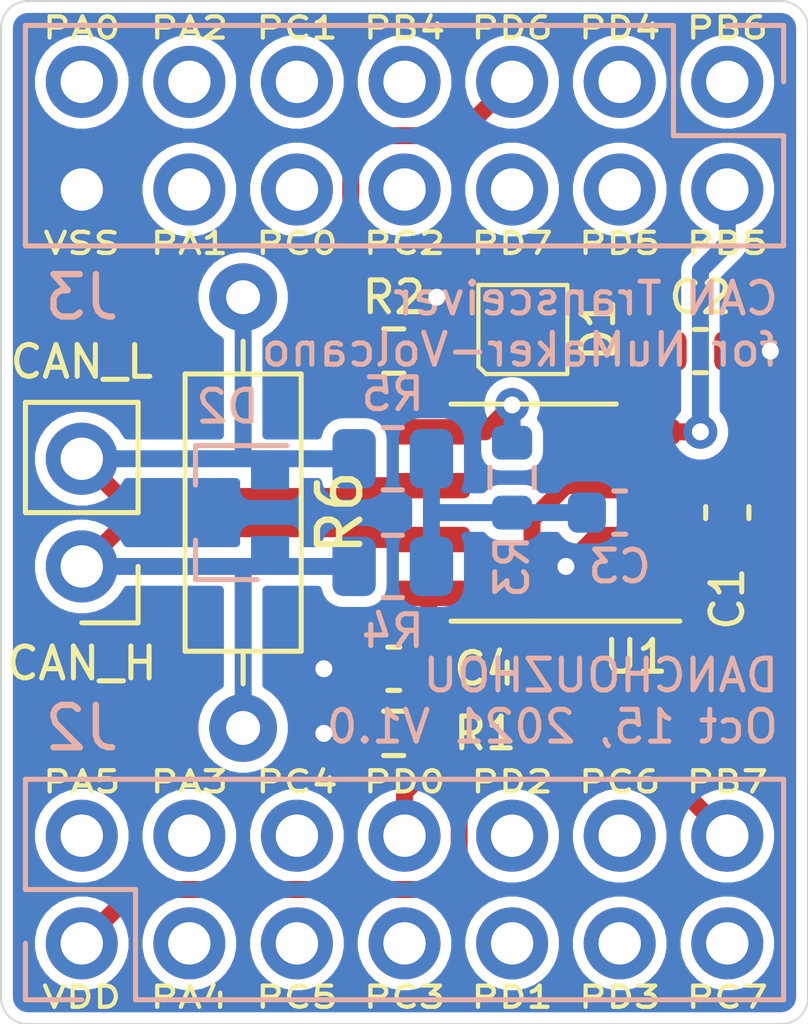
<source format=kicad_pcb>
(kicad_pcb (version 20171130) (host pcbnew "(5.1.9)-1")

  (general
    (thickness 1.6)
    (drawings 40)
    (tracks 86)
    (zones 0)
    (modules 16)
    (nets 35)
  )

  (page A4)
  (layers
    (0 F.Cu signal)
    (31 B.Cu signal)
    (32 B.Adhes user)
    (33 F.Adhes user)
    (34 B.Paste user)
    (35 F.Paste user)
    (36 B.SilkS user)
    (37 F.SilkS user)
    (38 B.Mask user)
    (39 F.Mask user)
    (40 Dwgs.User user)
    (41 Cmts.User user)
    (42 Eco1.User user)
    (43 Eco2.User user)
    (44 Edge.Cuts user)
    (45 Margin user)
    (46 B.CrtYd user)
    (47 F.CrtYd user)
    (48 B.Fab user hide)
    (49 F.Fab user hide)
  )

  (setup
    (last_trace_width 0.4)
    (trace_clearance 0.2)
    (zone_clearance 0.254)
    (zone_45_only no)
    (trace_min 0.2)
    (via_size 0.8)
    (via_drill 0.4)
    (via_min_size 0.4)
    (via_min_drill 0.3)
    (uvia_size 0.3)
    (uvia_drill 0.1)
    (uvias_allowed no)
    (uvia_min_size 0.2)
    (uvia_min_drill 0.1)
    (edge_width 0.05)
    (segment_width 0.2)
    (pcb_text_width 0.3)
    (pcb_text_size 1.5 1.5)
    (mod_edge_width 0.12)
    (mod_text_size 1 1)
    (mod_text_width 0.15)
    (pad_size 1.7 1.7)
    (pad_drill 1)
    (pad_to_mask_clearance 0)
    (aux_axis_origin 0 0)
    (visible_elements FFFFF77F)
    (pcbplotparams
      (layerselection 0x010fc_ffffffff)
      (usegerberextensions false)
      (usegerberattributes true)
      (usegerberadvancedattributes true)
      (creategerberjobfile true)
      (excludeedgelayer true)
      (linewidth 0.100000)
      (plotframeref false)
      (viasonmask false)
      (mode 1)
      (useauxorigin false)
      (hpglpennumber 1)
      (hpglpenspeed 20)
      (hpglpendiameter 15.000000)
      (psnegative false)
      (psa4output false)
      (plotreference true)
      (plotvalue true)
      (plotinvisibletext false)
      (padsonsilk false)
      (subtractmaskfromsilk false)
      (outputformat 1)
      (mirror false)
      (drillshape 1)
      (scaleselection 1)
      (outputdirectory ""))
  )

  (net 0 "")
  (net 1 GND)
  (net 2 +5V)
  (net 3 "Net-(D1-Pad3)")
  (net 4 "Net-(D1-Pad1)")
  (net 5 /PA5)
  (net 6 /PA4)
  (net 7 /PA3)
  (net 8 /PC5)
  (net 9 /PC4)
  (net 10 /PC3)
  (net 11 /PD1)
  (net 12 /PD2)
  (net 13 /PD3)
  (net 14 /PC6)
  (net 15 /PC7)
  (net 16 /CAN_TXD)
  (net 17 /PA0)
  (net 18 /PA1)
  (net 19 /PA2)
  (net 20 /PC0)
  (net 21 /PC1)
  (net 22 /PC2)
  (net 23 /PB4)
  (net 24 /CAN_STB)
  (net 25 /LED)
  (net 26 /PD5)
  (net 27 /PD4)
  (net 28 /CAN_RXD)
  (net 29 /PB6)
  (net 30 /PD7)
  (net 31 "Net-(C3-Pad2)")
  (net 32 "Net-(R3-Pad2)")
  (net 33 /CAN_L)
  (net 34 /CAN_H)

  (net_class Default "This is the default net class."
    (clearance 0.2)
    (trace_width 0.4)
    (via_dia 0.8)
    (via_drill 0.4)
    (uvia_dia 0.3)
    (uvia_drill 0.1)
    (add_net +5V)
    (add_net /CAN_H)
    (add_net /CAN_L)
    (add_net /CAN_RXD)
    (add_net /CAN_STB)
    (add_net /CAN_TXD)
    (add_net /LED)
    (add_net /PA0)
    (add_net /PA1)
    (add_net /PA2)
    (add_net /PA3)
    (add_net /PA4)
    (add_net /PA5)
    (add_net /PB4)
    (add_net /PB6)
    (add_net /PC0)
    (add_net /PC1)
    (add_net /PC2)
    (add_net /PC3)
    (add_net /PC4)
    (add_net /PC5)
    (add_net /PC6)
    (add_net /PC7)
    (add_net /PD1)
    (add_net /PD2)
    (add_net /PD3)
    (add_net /PD4)
    (add_net /PD5)
    (add_net /PD7)
    (add_net GND)
    (add_net "Net-(C3-Pad2)")
    (add_net "Net-(D1-Pad1)")
    (add_net "Net-(D1-Pad3)")
    (add_net "Net-(R3-Pad2)")
  )

  (module APA-104-2020-5mA:APA-104-2020-5mA (layer F.Cu) (tedit 61690272) (tstamp 616872E7)
    (at 12.319 7.747 270)
    (path /61833249)
    (fp_text reference D1 (at 0 -1.778 270) (layer F.SilkS)
      (effects (font (size 0.75 0.75) (thickness 0.12)))
    )
    (fp_text value APA-104-2020-5mA (at 0 -1.524 90) (layer F.Fab)
      (effects (font (size 1 1) (thickness 0.15)))
    )
    (fp_line (start 1.05 -1.05) (end -1.05 -1.05) (layer F.SilkS) (width 0.1))
    (fp_line (start 1.05 0.87) (end 1.05 -1.05) (layer F.SilkS) (width 0.1))
    (fp_line (start -1.05 1.05) (end 0.87 1.05) (layer F.SilkS) (width 0.1))
    (fp_line (start -1.05 -1.05) (end -1.05 1.05) (layer F.SilkS) (width 0.1))
    (fp_line (start 1.05 0.87) (end 0.87 1.05) (layer F.SilkS) (width 0.1))
    (pad 1 smd roundrect (at 0.59 0.59 270) (size 0.7 0.7) (layers F.Cu F.Paste F.Mask) (roundrect_rratio 0.1)
      (net 4 "Net-(D1-Pad1)"))
    (pad 2 smd roundrect (at 0.59 -0.59 270) (size 0.7 0.7) (layers F.Cu F.Paste F.Mask) (roundrect_rratio 0.1)
      (net 2 +5V))
    (pad 3 smd roundrect (at -0.59 -0.59 270) (size 0.7 0.7) (layers F.Cu F.Paste F.Mask) (roundrect_rratio 0.1)
      (net 3 "Net-(D1-Pad3)"))
    (pad 4 smd roundrect (at -0.59 0.59 270) (size 0.7 0.7) (layers F.Cu F.Paste F.Mask) (roundrect_rratio 0.1)
      (net 1 GND))
  )

  (module Capacitor_SMD:C_0603_1608Metric (layer F.Cu) (tedit 5F68FEEE) (tstamp 616872C8)
    (at 17.145 12.065 270)
    (descr "Capacitor SMD 0603 (1608 Metric), square (rectangular) end terminal, IPC_7351 nominal, (Body size source: IPC-SM-782 page 76, https://www.pcb-3d.com/wordpress/wp-content/uploads/ipc-sm-782a_amendment_1_and_2.pdf), generated with kicad-footprint-generator")
    (tags capacitor)
    (path /61833218)
    (attr smd)
    (fp_text reference C1 (at 2.032 0 90) (layer F.SilkS)
      (effects (font (size 0.75 0.75) (thickness 0.12)))
    )
    (fp_text value 100nF (at 0 1.43 90) (layer F.Fab)
      (effects (font (size 1 1) (thickness 0.15)))
    )
    (fp_line (start 1.48 0.73) (end -1.48 0.73) (layer F.CrtYd) (width 0.05))
    (fp_line (start 1.48 -0.73) (end 1.48 0.73) (layer F.CrtYd) (width 0.05))
    (fp_line (start -1.48 -0.73) (end 1.48 -0.73) (layer F.CrtYd) (width 0.05))
    (fp_line (start -1.48 0.73) (end -1.48 -0.73) (layer F.CrtYd) (width 0.05))
    (fp_line (start -0.14058 0.51) (end 0.14058 0.51) (layer F.SilkS) (width 0.12))
    (fp_line (start -0.14058 -0.51) (end 0.14058 -0.51) (layer F.SilkS) (width 0.12))
    (fp_line (start 0.8 0.4) (end -0.8 0.4) (layer F.Fab) (width 0.1))
    (fp_line (start 0.8 -0.4) (end 0.8 0.4) (layer F.Fab) (width 0.1))
    (fp_line (start -0.8 -0.4) (end 0.8 -0.4) (layer F.Fab) (width 0.1))
    (fp_line (start -0.8 0.4) (end -0.8 -0.4) (layer F.Fab) (width 0.1))
    (fp_text user %R (at 0 0 90) (layer F.Fab)
      (effects (font (size 0.4 0.4) (thickness 0.06)))
    )
    (pad 1 smd roundrect (at -0.775 0 270) (size 0.9 0.95) (layers F.Cu F.Paste F.Mask) (roundrect_rratio 0.25)
      (net 2 +5V))
    (pad 2 smd roundrect (at 0.775 0 270) (size 0.9 0.95) (layers F.Cu F.Paste F.Mask) (roundrect_rratio 0.25)
      (net 1 GND))
    (model ${KISYS3DMOD}/Capacitor_SMD.3dshapes/C_0603_1608Metric.wrl
      (at (xyz 0 0 0))
      (scale (xyz 1 1 1))
      (rotate (xyz 0 0 0))
    )
  )

  (module Capacitor_SMD:C_0603_1608Metric (layer F.Cu) (tedit 5F68FEEE) (tstamp 616872D9)
    (at 16.51 8.255)
    (descr "Capacitor SMD 0603 (1608 Metric), square (rectangular) end terminal, IPC_7351 nominal, (Body size source: IPC-SM-782 page 76, https://www.pcb-3d.com/wordpress/wp-content/uploads/ipc-sm-782a_amendment_1_and_2.pdf), generated with kicad-footprint-generator")
    (tags capacitor)
    (path /61833261)
    (attr smd)
    (fp_text reference C2 (at 0 -1.27) (layer F.SilkS)
      (effects (font (size 0.75 0.75) (thickness 0.12)))
    )
    (fp_text value 100nF (at 0 1.43) (layer F.Fab)
      (effects (font (size 1 1) (thickness 0.15)))
    )
    (fp_text user %R (at 0 0) (layer F.Fab)
      (effects (font (size 0.4 0.4) (thickness 0.06)))
    )
    (fp_line (start -0.8 0.4) (end -0.8 -0.4) (layer F.Fab) (width 0.1))
    (fp_line (start -0.8 -0.4) (end 0.8 -0.4) (layer F.Fab) (width 0.1))
    (fp_line (start 0.8 -0.4) (end 0.8 0.4) (layer F.Fab) (width 0.1))
    (fp_line (start 0.8 0.4) (end -0.8 0.4) (layer F.Fab) (width 0.1))
    (fp_line (start -0.14058 -0.51) (end 0.14058 -0.51) (layer F.SilkS) (width 0.12))
    (fp_line (start -0.14058 0.51) (end 0.14058 0.51) (layer F.SilkS) (width 0.12))
    (fp_line (start -1.48 0.73) (end -1.48 -0.73) (layer F.CrtYd) (width 0.05))
    (fp_line (start -1.48 -0.73) (end 1.48 -0.73) (layer F.CrtYd) (width 0.05))
    (fp_line (start 1.48 -0.73) (end 1.48 0.73) (layer F.CrtYd) (width 0.05))
    (fp_line (start 1.48 0.73) (end -1.48 0.73) (layer F.CrtYd) (width 0.05))
    (pad 2 smd roundrect (at 0.775 0) (size 0.9 0.95) (layers F.Cu F.Paste F.Mask) (roundrect_rratio 0.25)
      (net 1 GND))
    (pad 1 smd roundrect (at -0.775 0) (size 0.9 0.95) (layers F.Cu F.Paste F.Mask) (roundrect_rratio 0.25)
      (net 2 +5V))
    (model ${KISYS3DMOD}/Capacitor_SMD.3dshapes/C_0603_1608Metric.wrl
      (at (xyz 0 0 0))
      (scale (xyz 1 1 1))
      (rotate (xyz 0 0 0))
    )
  )

  (module Connector_PinSocket_2.54mm:PinSocket_2x07_P2.54mm_Vertical (layer B.Cu) (tedit 61681F49) (tstamp 61687321)
    (at 1.905 22.225 270)
    (descr "Through hole straight socket strip, 2x07, 2.54mm pitch, double cols (from Kicad 4.0.7), script generated")
    (tags "Through hole socket strip THT 2x07 2.54mm double row")
    (path /618369F8)
    (fp_text reference J2 (at -5.08 0 180) (layer B.SilkS)
      (effects (font (size 1 1) (thickness 0.15)) (justify mirror))
    )
    (fp_text value SSQ-107-03-G-D (at -1.27 -18.01 90) (layer B.Fab)
      (effects (font (size 1 1) (thickness 0.15)) (justify mirror))
    )
    (fp_line (start -4.34 -17) (end -4.34 1.8) (layer B.CrtYd) (width 0.05))
    (fp_line (start 1.76 -17) (end -4.34 -17) (layer B.CrtYd) (width 0.05))
    (fp_line (start 1.76 1.8) (end 1.76 -17) (layer B.CrtYd) (width 0.05))
    (fp_line (start -4.34 1.8) (end 1.76 1.8) (layer B.CrtYd) (width 0.05))
    (fp_line (start 0 1.33) (end 1.33 1.33) (layer B.SilkS) (width 0.12))
    (fp_line (start 1.33 1.33) (end 1.33 0) (layer B.SilkS) (width 0.12))
    (fp_line (start -1.27 1.33) (end -1.27 -1.27) (layer B.SilkS) (width 0.12))
    (fp_line (start -1.27 -1.27) (end 1.33 -1.27) (layer B.SilkS) (width 0.12))
    (fp_line (start 1.33 -1.27) (end 1.33 -16.57) (layer B.SilkS) (width 0.12))
    (fp_line (start -3.87 -16.57) (end 1.33 -16.57) (layer B.SilkS) (width 0.12))
    (fp_line (start -3.87 1.33) (end -3.87 -16.57) (layer B.SilkS) (width 0.12))
    (fp_line (start -3.87 1.33) (end -1.27 1.33) (layer B.SilkS) (width 0.12))
    (fp_line (start -3.81 -16.51) (end -3.81 1.27) (layer B.Fab) (width 0.1))
    (fp_line (start 1.27 -16.51) (end -3.81 -16.51) (layer B.Fab) (width 0.1))
    (fp_line (start 1.27 0.27) (end 1.27 -16.51) (layer B.Fab) (width 0.1))
    (fp_line (start 0.27 1.27) (end 1.27 0.27) (layer B.Fab) (width 0.1))
    (fp_line (start -3.81 1.27) (end 0.27 1.27) (layer B.Fab) (width 0.1))
    (fp_text user %R (at -1.27 -7.62 180) (layer B.Fab)
      (effects (font (size 1 1) (thickness 0.15)) (justify mirror))
    )
    (pad 1 thru_hole circle (at 0 0 270) (size 1.7 1.7) (drill 1) (layers *.Cu *.Mask)
      (net 2 +5V))
    (pad 2 thru_hole oval (at -2.54 0 270) (size 1.7 1.7) (drill 1) (layers *.Cu *.Mask)
      (net 5 /PA5))
    (pad 3 thru_hole oval (at 0 -2.54 270) (size 1.7 1.7) (drill 1) (layers *.Cu *.Mask)
      (net 6 /PA4))
    (pad 4 thru_hole oval (at -2.54 -2.54 270) (size 1.7 1.7) (drill 1) (layers *.Cu *.Mask)
      (net 7 /PA3))
    (pad 5 thru_hole oval (at 0 -5.08 270) (size 1.7 1.7) (drill 1) (layers *.Cu *.Mask)
      (net 8 /PC5))
    (pad 6 thru_hole oval (at -2.54 -5.08 270) (size 1.7 1.7) (drill 1) (layers *.Cu *.Mask)
      (net 9 /PC4))
    (pad 7 thru_hole oval (at 0 -7.62 270) (size 1.7 1.7) (drill 1) (layers *.Cu *.Mask)
      (net 10 /PC3))
    (pad 8 thru_hole oval (at -2.54 -7.62 270) (size 1.7 1.7) (drill 1) (layers *.Cu *.Mask)
      (net 24 /CAN_STB))
    (pad 9 thru_hole oval (at 0 -10.16 270) (size 1.7 1.7) (drill 1) (layers *.Cu *.Mask)
      (net 11 /PD1))
    (pad 10 thru_hole oval (at -2.54 -10.16 270) (size 1.7 1.7) (drill 1) (layers *.Cu *.Mask)
      (net 12 /PD2))
    (pad 11 thru_hole oval (at 0 -12.7 270) (size 1.7 1.7) (drill 1) (layers *.Cu *.Mask)
      (net 13 /PD3))
    (pad 12 thru_hole oval (at -2.54 -12.7 270) (size 1.7 1.7) (drill 1) (layers *.Cu *.Mask)
      (net 14 /PC6))
    (pad 13 thru_hole oval (at 0 -15.24 270) (size 1.7 1.7) (drill 1) (layers *.Cu *.Mask)
      (net 15 /PC7))
    (pad 14 thru_hole oval (at -2.54 -15.24 270) (size 1.7 1.7) (drill 1) (layers *.Cu *.Mask)
      (net 16 /CAN_TXD))
    (model ${KISYS3DMOD}/Connector_PinSocket_2.54mm.3dshapes/PinSocket_2x07_P2.54mm_Vertical.wrl
      (at (xyz 0 0 0))
      (scale (xyz 1 1 1))
      (rotate (xyz 0 0 0))
    )
  )

  (module Connector_PinSocket_2.54mm:PinSocket_2x07_P2.54mm_Vertical (layer B.Cu) (tedit 61681F50) (tstamp 61687345)
    (at 17.145 1.905 90)
    (descr "Through hole straight socket strip, 2x07, 2.54mm pitch, double cols (from Kicad 4.0.7), script generated")
    (tags "Through hole socket strip THT 2x07 2.54mm double row")
    (path /61836A2E)
    (fp_text reference J3 (at -5.08 -15.24 180) (layer B.SilkS)
      (effects (font (size 1 1) (thickness 0.15)) (justify mirror))
    )
    (fp_text value SSQ-107-03-G-D (at -1.27 -18.01 90) (layer B.Fab)
      (effects (font (size 1 1) (thickness 0.15)) (justify mirror))
    )
    (fp_text user %R (at -1.27 -7.62 180) (layer B.Fab)
      (effects (font (size 1 1) (thickness 0.15)) (justify mirror))
    )
    (fp_line (start -3.81 1.27) (end 0.27 1.27) (layer B.Fab) (width 0.1))
    (fp_line (start 0.27 1.27) (end 1.27 0.27) (layer B.Fab) (width 0.1))
    (fp_line (start 1.27 0.27) (end 1.27 -16.51) (layer B.Fab) (width 0.1))
    (fp_line (start 1.27 -16.51) (end -3.81 -16.51) (layer B.Fab) (width 0.1))
    (fp_line (start -3.81 -16.51) (end -3.81 1.27) (layer B.Fab) (width 0.1))
    (fp_line (start -3.87 1.33) (end -1.27 1.33) (layer B.SilkS) (width 0.12))
    (fp_line (start -3.87 1.33) (end -3.87 -16.57) (layer B.SilkS) (width 0.12))
    (fp_line (start -3.87 -16.57) (end 1.33 -16.57) (layer B.SilkS) (width 0.12))
    (fp_line (start 1.33 -1.27) (end 1.33 -16.57) (layer B.SilkS) (width 0.12))
    (fp_line (start -1.27 -1.27) (end 1.33 -1.27) (layer B.SilkS) (width 0.12))
    (fp_line (start -1.27 1.33) (end -1.27 -1.27) (layer B.SilkS) (width 0.12))
    (fp_line (start 1.33 1.33) (end 1.33 0) (layer B.SilkS) (width 0.12))
    (fp_line (start 0 1.33) (end 1.33 1.33) (layer B.SilkS) (width 0.12))
    (fp_line (start -4.34 1.8) (end 1.76 1.8) (layer B.CrtYd) (width 0.05))
    (fp_line (start 1.76 1.8) (end 1.76 -17) (layer B.CrtYd) (width 0.05))
    (fp_line (start 1.76 -17) (end -4.34 -17) (layer B.CrtYd) (width 0.05))
    (fp_line (start -4.34 -17) (end -4.34 1.8) (layer B.CrtYd) (width 0.05))
    (pad 14 thru_hole oval (at -2.54 -15.24 90) (size 1.7 1.7) (drill 1) (layers *.Cu *.Mask)
      (net 1 GND))
    (pad 13 thru_hole oval (at 0 -15.24 90) (size 1.7 1.7) (drill 1) (layers *.Cu *.Mask)
      (net 17 /PA0))
    (pad 12 thru_hole oval (at -2.54 -12.7 90) (size 1.7 1.7) (drill 1) (layers *.Cu *.Mask)
      (net 18 /PA1))
    (pad 11 thru_hole oval (at 0 -12.7 90) (size 1.7 1.7) (drill 1) (layers *.Cu *.Mask)
      (net 19 /PA2))
    (pad 10 thru_hole oval (at -2.54 -10.16 90) (size 1.7 1.7) (drill 1) (layers *.Cu *.Mask)
      (net 20 /PC0))
    (pad 9 thru_hole oval (at 0 -10.16 90) (size 1.7 1.7) (drill 1) (layers *.Cu *.Mask)
      (net 21 /PC1))
    (pad 8 thru_hole oval (at -2.54 -7.62 90) (size 1.7 1.7) (drill 1) (layers *.Cu *.Mask)
      (net 22 /PC2))
    (pad 7 thru_hole oval (at 0 -7.62 90) (size 1.7 1.7) (drill 1) (layers *.Cu *.Mask)
      (net 23 /PB4))
    (pad 6 thru_hole oval (at -2.54 -5.08 90) (size 1.7 1.7) (drill 1) (layers *.Cu *.Mask)
      (net 30 /PD7))
    (pad 5 thru_hole oval (at 0 -5.08 90) (size 1.7 1.7) (drill 1) (layers *.Cu *.Mask)
      (net 25 /LED))
    (pad 4 thru_hole oval (at -2.54 -2.54 90) (size 1.7 1.7) (drill 1) (layers *.Cu *.Mask)
      (net 26 /PD5))
    (pad 3 thru_hole oval (at 0 -2.54 90) (size 1.7 1.7) (drill 1) (layers *.Cu *.Mask)
      (net 27 /PD4))
    (pad 2 thru_hole oval (at -2.54 0 90) (size 1.7 1.7) (drill 1) (layers *.Cu *.Mask)
      (net 28 /CAN_RXD))
    (pad 1 thru_hole circle (at 0 0 90) (size 1.7 1.7) (drill 1) (layers *.Cu *.Mask)
      (net 29 /PB6))
    (model ${KISYS3DMOD}/Connector_PinSocket_2.54mm.3dshapes/PinSocket_2x07_P2.54mm_Vertical.wrl
      (at (xyz 0 0 0))
      (scale (xyz 1 1 1))
      (rotate (xyz 0 0 0))
    )
  )

  (module Resistor_SMD:R_0603_1608Metric (layer F.Cu) (tedit 5F68FEEE) (tstamp 61687356)
    (at 9.271 17.272 180)
    (descr "Resistor SMD 0603 (1608 Metric), square (rectangular) end terminal, IPC_7351 nominal, (Body size source: IPC-SM-782 page 72, https://www.pcb-3d.com/wordpress/wp-content/uploads/ipc-sm-782a_amendment_1_and_2.pdf), generated with kicad-footprint-generator")
    (tags resistor)
    (path /61833238)
    (attr smd)
    (fp_text reference R1 (at -2.159 0) (layer F.SilkS)
      (effects (font (size 0.75 0.75) (thickness 0.12)))
    )
    (fp_text value 10K (at 0 1.43) (layer F.Fab)
      (effects (font (size 1 1) (thickness 0.15)))
    )
    (fp_line (start 1.48 0.73) (end -1.48 0.73) (layer F.CrtYd) (width 0.05))
    (fp_line (start 1.48 -0.73) (end 1.48 0.73) (layer F.CrtYd) (width 0.05))
    (fp_line (start -1.48 -0.73) (end 1.48 -0.73) (layer F.CrtYd) (width 0.05))
    (fp_line (start -1.48 0.73) (end -1.48 -0.73) (layer F.CrtYd) (width 0.05))
    (fp_line (start -0.237258 0.5225) (end 0.237258 0.5225) (layer F.SilkS) (width 0.12))
    (fp_line (start -0.237258 -0.5225) (end 0.237258 -0.5225) (layer F.SilkS) (width 0.12))
    (fp_line (start 0.8 0.4125) (end -0.8 0.4125) (layer F.Fab) (width 0.1))
    (fp_line (start 0.8 -0.4125) (end 0.8 0.4125) (layer F.Fab) (width 0.1))
    (fp_line (start -0.8 -0.4125) (end 0.8 -0.4125) (layer F.Fab) (width 0.1))
    (fp_line (start -0.8 0.4125) (end -0.8 -0.4125) (layer F.Fab) (width 0.1))
    (fp_text user %R (at 0 0) (layer F.Fab)
      (effects (font (size 0.4 0.4) (thickness 0.06)))
    )
    (pad 1 smd roundrect (at -0.825 0 180) (size 0.8 0.95) (layers F.Cu F.Paste F.Mask) (roundrect_rratio 0.25)
      (net 24 /CAN_STB))
    (pad 2 smd roundrect (at 0.825 0 180) (size 0.8 0.95) (layers F.Cu F.Paste F.Mask) (roundrect_rratio 0.25)
      (net 1 GND))
    (model ${KISYS3DMOD}/Resistor_SMD.3dshapes/R_0603_1608Metric.wrl
      (at (xyz 0 0 0))
      (scale (xyz 1 1 1))
      (rotate (xyz 0 0 0))
    )
  )

  (module Resistor_SMD:R_0603_1608Metric (layer F.Cu) (tedit 5F68FEEE) (tstamp 61687367)
    (at 9.271 8.255 180)
    (descr "Resistor SMD 0603 (1608 Metric), square (rectangular) end terminal, IPC_7351 nominal, (Body size source: IPC-SM-782 page 72, https://www.pcb-3d.com/wordpress/wp-content/uploads/ipc-sm-782a_amendment_1_and_2.pdf), generated with kicad-footprint-generator")
    (tags resistor)
    (path /61833250)
    (attr smd)
    (fp_text reference R2 (at 0 1.27) (layer F.SilkS)
      (effects (font (size 0.75 0.75) (thickness 0.12)))
    )
    (fp_text value 300R (at 0 1.43) (layer F.Fab)
      (effects (font (size 1 1) (thickness 0.15)))
    )
    (fp_text user %R (at 0 0) (layer F.Fab)
      (effects (font (size 0.4 0.4) (thickness 0.06)))
    )
    (fp_line (start -0.8 0.4125) (end -0.8 -0.4125) (layer F.Fab) (width 0.1))
    (fp_line (start -0.8 -0.4125) (end 0.8 -0.4125) (layer F.Fab) (width 0.1))
    (fp_line (start 0.8 -0.4125) (end 0.8 0.4125) (layer F.Fab) (width 0.1))
    (fp_line (start 0.8 0.4125) (end -0.8 0.4125) (layer F.Fab) (width 0.1))
    (fp_line (start -0.237258 -0.5225) (end 0.237258 -0.5225) (layer F.SilkS) (width 0.12))
    (fp_line (start -0.237258 0.5225) (end 0.237258 0.5225) (layer F.SilkS) (width 0.12))
    (fp_line (start -1.48 0.73) (end -1.48 -0.73) (layer F.CrtYd) (width 0.05))
    (fp_line (start -1.48 -0.73) (end 1.48 -0.73) (layer F.CrtYd) (width 0.05))
    (fp_line (start 1.48 -0.73) (end 1.48 0.73) (layer F.CrtYd) (width 0.05))
    (fp_line (start 1.48 0.73) (end -1.48 0.73) (layer F.CrtYd) (width 0.05))
    (pad 2 smd roundrect (at 0.825 0 180) (size 0.8 0.95) (layers F.Cu F.Paste F.Mask) (roundrect_rratio 0.25)
      (net 25 /LED))
    (pad 1 smd roundrect (at -0.825 0 180) (size 0.8 0.95) (layers F.Cu F.Paste F.Mask) (roundrect_rratio 0.25)
      (net 4 "Net-(D1-Pad1)"))
    (model ${KISYS3DMOD}/Resistor_SMD.3dshapes/R_0603_1608Metric.wrl
      (at (xyz 0 0 0))
      (scale (xyz 1 1 1))
      (rotate (xyz 0 0 0))
    )
  )

  (module Package_SO:SOIC-8_3.9x4.9mm_P1.27mm (layer F.Cu) (tedit 5D9F72B1) (tstamp 61687398)
    (at 12.573 12.065 180)
    (descr "SOIC, 8 Pin (JEDEC MS-012AA, https://www.analog.com/media/en/package-pcb-resources/package/pkg_pdf/soic_narrow-r/r_8.pdf), generated with kicad-footprint-generator ipc_gullwing_generator.py")
    (tags "SOIC SO")
    (path /618331C9)
    (attr smd)
    (fp_text reference U1 (at -2.413 -3.4) (layer F.SilkS)
      (effects (font (size 0.75 0.75) (thickness 0.12)))
    )
    (fp_text value MCP2561-E-SN (at 0 3.4) (layer F.Fab)
      (effects (font (size 1 1) (thickness 0.15)))
    )
    (fp_line (start 3.7 -2.7) (end -3.7 -2.7) (layer F.CrtYd) (width 0.05))
    (fp_line (start 3.7 2.7) (end 3.7 -2.7) (layer F.CrtYd) (width 0.05))
    (fp_line (start -3.7 2.7) (end 3.7 2.7) (layer F.CrtYd) (width 0.05))
    (fp_line (start -3.7 -2.7) (end -3.7 2.7) (layer F.CrtYd) (width 0.05))
    (fp_line (start -1.95 -1.475) (end -0.975 -2.45) (layer F.Fab) (width 0.1))
    (fp_line (start -1.95 2.45) (end -1.95 -1.475) (layer F.Fab) (width 0.1))
    (fp_line (start 1.95 2.45) (end -1.95 2.45) (layer F.Fab) (width 0.1))
    (fp_line (start 1.95 -2.45) (end 1.95 2.45) (layer F.Fab) (width 0.1))
    (fp_line (start -0.975 -2.45) (end 1.95 -2.45) (layer F.Fab) (width 0.1))
    (fp_line (start 0 -2.56) (end -3.45 -2.56) (layer F.SilkS) (width 0.12))
    (fp_line (start 0 -2.56) (end 1.95 -2.56) (layer F.SilkS) (width 0.12))
    (fp_line (start 0 2.56) (end -1.95 2.56) (layer F.SilkS) (width 0.12))
    (fp_line (start 0 2.56) (end 1.95 2.56) (layer F.SilkS) (width 0.12))
    (fp_text user %R (at 0 0) (layer F.Fab)
      (effects (font (size 0.98 0.98) (thickness 0.15)))
    )
    (pad 1 smd roundrect (at -2.475 -1.905 180) (size 1.95 0.6) (layers F.Cu F.Paste F.Mask) (roundrect_rratio 0.25)
      (net 16 /CAN_TXD))
    (pad 2 smd roundrect (at -2.475 -0.635 180) (size 1.95 0.6) (layers F.Cu F.Paste F.Mask) (roundrect_rratio 0.25)
      (net 1 GND))
    (pad 3 smd roundrect (at -2.475 0.635 180) (size 1.95 0.6) (layers F.Cu F.Paste F.Mask) (roundrect_rratio 0.25)
      (net 2 +5V))
    (pad 4 smd roundrect (at -2.475 1.905 180) (size 1.95 0.6) (layers F.Cu F.Paste F.Mask) (roundrect_rratio 0.25)
      (net 28 /CAN_RXD))
    (pad 5 smd roundrect (at 2.475 1.905 180) (size 1.95 0.6) (layers F.Cu F.Paste F.Mask) (roundrect_rratio 0.25)
      (net 32 "Net-(R3-Pad2)"))
    (pad 6 smd roundrect (at 2.475 0.635 180) (size 1.95 0.6) (layers F.Cu F.Paste F.Mask) (roundrect_rratio 0.25)
      (net 33 /CAN_L))
    (pad 7 smd roundrect (at 2.475 -0.635 180) (size 1.95 0.6) (layers F.Cu F.Paste F.Mask) (roundrect_rratio 0.25)
      (net 34 /CAN_H))
    (pad 8 smd roundrect (at 2.475 -1.905 180) (size 1.95 0.6) (layers F.Cu F.Paste F.Mask) (roundrect_rratio 0.25)
      (net 24 /CAN_STB))
    (model ${KISYS3DMOD}/Package_SO.3dshapes/SOIC-8_3.9x4.9mm_P1.27mm.wrl
      (at (xyz 0 0 0))
      (scale (xyz 1 1 1))
      (rotate (xyz 0 0 0))
    )
  )

  (module Connector_PinHeader_2.54mm:PinHeader_1x02_P2.54mm_Vertical (layer F.Cu) (tedit 616814D9) (tstamp 616883CF)
    (at 1.905 13.335 180)
    (descr "Through hole straight pin header, 1x02, 2.54mm pitch, single row")
    (tags "Through hole pin header THT 1x02 2.54mm single row")
    (path /6183327A)
    (fp_text reference J1 (at 0 -2.54) (layer F.SilkS) hide
      (effects (font (size 1 1) (thickness 0.15)))
    )
    (fp_text value "pin header" (at 0 4.87) (layer F.Fab)
      (effects (font (size 1 1) (thickness 0.15)))
    )
    (fp_line (start 1.8 -1.8) (end -1.8 -1.8) (layer F.CrtYd) (width 0.05))
    (fp_line (start 1.8 4.35) (end 1.8 -1.8) (layer F.CrtYd) (width 0.05))
    (fp_line (start -1.8 4.35) (end 1.8 4.35) (layer F.CrtYd) (width 0.05))
    (fp_line (start -1.8 -1.8) (end -1.8 4.35) (layer F.CrtYd) (width 0.05))
    (fp_line (start -1.33 -1.33) (end 0 -1.33) (layer F.SilkS) (width 0.12))
    (fp_line (start -1.33 0) (end -1.33 -1.33) (layer F.SilkS) (width 0.12))
    (fp_line (start -1.33 1.27) (end 1.33 1.27) (layer F.SilkS) (width 0.12))
    (fp_line (start 1.33 1.27) (end 1.33 3.87) (layer F.SilkS) (width 0.12))
    (fp_line (start -1.33 1.27) (end -1.33 3.87) (layer F.SilkS) (width 0.12))
    (fp_line (start -1.33 3.87) (end 1.33 3.87) (layer F.SilkS) (width 0.12))
    (fp_line (start -1.27 -0.635) (end -0.635 -1.27) (layer F.Fab) (width 0.1))
    (fp_line (start -1.27 3.81) (end -1.27 -0.635) (layer F.Fab) (width 0.1))
    (fp_line (start 1.27 3.81) (end -1.27 3.81) (layer F.Fab) (width 0.1))
    (fp_line (start 1.27 -1.27) (end 1.27 3.81) (layer F.Fab) (width 0.1))
    (fp_line (start -0.635 -1.27) (end 1.27 -1.27) (layer F.Fab) (width 0.1))
    (fp_text user %R (at 0 1.27 90) (layer F.Fab)
      (effects (font (size 1 1) (thickness 0.15)))
    )
    (pad 1 thru_hole circle (at 0 0 180) (size 1.7 1.7) (drill 1) (layers *.Cu *.Mask)
      (net 34 /CAN_H))
    (pad 2 thru_hole oval (at 0 2.54 180) (size 1.7 1.7) (drill 1) (layers *.Cu *.Mask)
      (net 33 /CAN_L))
    (model ${KISYS3DMOD}/Connector_PinHeader_2.54mm.3dshapes/PinHeader_1x02_P2.54mm_Vertical.wrl
      (at (xyz 0 0 0))
      (scale (xyz 1 1 1))
      (rotate (xyz 0 0 0))
    )
  )

  (module Resistor_THT:R_Axial_DIN0207_L6.3mm_D2.5mm_P10.16mm_Horizontal (layer F.Cu) (tedit 5AE5139B) (tstamp 616883E4)
    (at 5.715 17.145 90)
    (descr "Resistor, Axial_DIN0207 series, Axial, Horizontal, pin pitch=10.16mm, 0.25W = 1/4W, length*diameter=6.3*2.5mm^2, http://cdn-reichelt.de/documents/datenblatt/B400/1_4W%23YAG.pdf")
    (tags "Resistor Axial_DIN0207 series Axial Horizontal pin pitch 10.16mm 0.25W = 1/4W length 6.3mm diameter 2.5mm")
    (path /6185D3D7)
    (fp_text reference R6 (at 5.08 2.286 90) (layer F.SilkS)
      (effects (font (size 1 1) (thickness 0.15)))
    )
    (fp_text value 120R (at 5.08 2.37 90) (layer F.Fab)
      (effects (font (size 1 1) (thickness 0.15)))
    )
    (fp_line (start 11.21 -1.5) (end -1.05 -1.5) (layer F.CrtYd) (width 0.05))
    (fp_line (start 11.21 1.5) (end 11.21 -1.5) (layer F.CrtYd) (width 0.05))
    (fp_line (start -1.05 1.5) (end 11.21 1.5) (layer F.CrtYd) (width 0.05))
    (fp_line (start -1.05 -1.5) (end -1.05 1.5) (layer F.CrtYd) (width 0.05))
    (fp_line (start 9.12 0) (end 8.35 0) (layer F.SilkS) (width 0.12))
    (fp_line (start 1.04 0) (end 1.81 0) (layer F.SilkS) (width 0.12))
    (fp_line (start 8.35 -1.37) (end 1.81 -1.37) (layer F.SilkS) (width 0.12))
    (fp_line (start 8.35 1.37) (end 8.35 -1.37) (layer F.SilkS) (width 0.12))
    (fp_line (start 1.81 1.37) (end 8.35 1.37) (layer F.SilkS) (width 0.12))
    (fp_line (start 1.81 -1.37) (end 1.81 1.37) (layer F.SilkS) (width 0.12))
    (fp_line (start 10.16 0) (end 8.23 0) (layer F.Fab) (width 0.1))
    (fp_line (start 0 0) (end 1.93 0) (layer F.Fab) (width 0.1))
    (fp_line (start 8.23 -1.25) (end 1.93 -1.25) (layer F.Fab) (width 0.1))
    (fp_line (start 8.23 1.25) (end 8.23 -1.25) (layer F.Fab) (width 0.1))
    (fp_line (start 1.93 1.25) (end 8.23 1.25) (layer F.Fab) (width 0.1))
    (fp_line (start 1.93 -1.25) (end 1.93 1.25) (layer F.Fab) (width 0.1))
    (fp_text user %R (at 5.08 0 90) (layer F.Fab)
      (effects (font (size 1 1) (thickness 0.15)))
    )
    (pad 1 thru_hole circle (at 0 0 90) (size 1.6 1.6) (drill 0.8) (layers *.Cu *.Mask)
      (net 34 /CAN_H))
    (pad 2 thru_hole oval (at 10.16 0 90) (size 1.6 1.6) (drill 0.8) (layers *.Cu *.Mask)
      (net 33 /CAN_L))
    (model ${KISYS3DMOD}/Resistor_THT.3dshapes/R_Axial_DIN0207_L6.3mm_D2.5mm_P10.16mm_Horizontal.wrl
      (at (xyz 0 0 0))
      (scale (xyz 1 1 1))
      (rotate (xyz 0 0 0))
    )
  )

  (module Capacitor_SMD:C_0603_1608Metric (layer B.Cu) (tedit 5F68FEEE) (tstamp 6169059C)
    (at 14.605 12.065 180)
    (descr "Capacitor SMD 0603 (1608 Metric), square (rectangular) end terminal, IPC_7351 nominal, (Body size source: IPC-SM-782 page 76, https://www.pcb-3d.com/wordpress/wp-content/uploads/ipc-sm-782a_amendment_1_and_2.pdf), generated with kicad-footprint-generator")
    (tags capacitor)
    (path /6189564C)
    (attr smd)
    (fp_text reference C3 (at 0 -1.27) (layer B.SilkS)
      (effects (font (size 0.75 0.75) (thickness 0.12)) (justify mirror))
    )
    (fp_text value 4700pF (at 0 -1.43) (layer B.Fab)
      (effects (font (size 1 1) (thickness 0.15)) (justify mirror))
    )
    (fp_line (start 1.48 -0.73) (end -1.48 -0.73) (layer B.CrtYd) (width 0.05))
    (fp_line (start 1.48 0.73) (end 1.48 -0.73) (layer B.CrtYd) (width 0.05))
    (fp_line (start -1.48 0.73) (end 1.48 0.73) (layer B.CrtYd) (width 0.05))
    (fp_line (start -1.48 -0.73) (end -1.48 0.73) (layer B.CrtYd) (width 0.05))
    (fp_line (start -0.14058 -0.51) (end 0.14058 -0.51) (layer B.SilkS) (width 0.12))
    (fp_line (start -0.14058 0.51) (end 0.14058 0.51) (layer B.SilkS) (width 0.12))
    (fp_line (start 0.8 -0.4) (end -0.8 -0.4) (layer B.Fab) (width 0.1))
    (fp_line (start 0.8 0.4) (end 0.8 -0.4) (layer B.Fab) (width 0.1))
    (fp_line (start -0.8 0.4) (end 0.8 0.4) (layer B.Fab) (width 0.1))
    (fp_line (start -0.8 -0.4) (end -0.8 0.4) (layer B.Fab) (width 0.1))
    (fp_text user %R (at 0 0) (layer B.Fab)
      (effects (font (size 0.4 0.4) (thickness 0.06)) (justify mirror))
    )
    (pad 1 smd roundrect (at -0.775 0 180) (size 0.9 0.95) (layers B.Cu B.Paste B.Mask) (roundrect_rratio 0.25)
      (net 1 GND))
    (pad 2 smd roundrect (at 0.775 0 180) (size 0.9 0.95) (layers B.Cu B.Paste B.Mask) (roundrect_rratio 0.25)
      (net 31 "Net-(C3-Pad2)"))
    (model ${KISYS3DMOD}/Capacitor_SMD.3dshapes/C_0603_1608Metric.wrl
      (at (xyz 0 0 0))
      (scale (xyz 1 1 1))
      (rotate (xyz 0 0 0))
    )
  )

  (module Resistor_SMD:R_0603_1608Metric (layer B.Cu) (tedit 5F68FEEE) (tstamp 616905AD)
    (at 12.065 11.24 90)
    (descr "Resistor SMD 0603 (1608 Metric), square (rectangular) end terminal, IPC_7351 nominal, (Body size source: IPC-SM-782 page 72, https://www.pcb-3d.com/wordpress/wp-content/uploads/ipc-sm-782a_amendment_1_and_2.pdf), generated with kicad-footprint-generator")
    (tags resistor)
    (path /61894EAE)
    (attr smd)
    (fp_text reference R3 (at -2.095 0 90) (layer B.SilkS)
      (effects (font (size 0.75 0.75) (thickness 0.12)) (justify mirror))
    )
    (fp_text value R (at 0 -1.43 90) (layer B.Fab)
      (effects (font (size 1 1) (thickness 0.15)) (justify mirror))
    )
    (fp_line (start 1.48 -0.73) (end -1.48 -0.73) (layer B.CrtYd) (width 0.05))
    (fp_line (start 1.48 0.73) (end 1.48 -0.73) (layer B.CrtYd) (width 0.05))
    (fp_line (start -1.48 0.73) (end 1.48 0.73) (layer B.CrtYd) (width 0.05))
    (fp_line (start -1.48 -0.73) (end -1.48 0.73) (layer B.CrtYd) (width 0.05))
    (fp_line (start -0.237258 -0.5225) (end 0.237258 -0.5225) (layer B.SilkS) (width 0.12))
    (fp_line (start -0.237258 0.5225) (end 0.237258 0.5225) (layer B.SilkS) (width 0.12))
    (fp_line (start 0.8 -0.4125) (end -0.8 -0.4125) (layer B.Fab) (width 0.1))
    (fp_line (start 0.8 0.4125) (end 0.8 -0.4125) (layer B.Fab) (width 0.1))
    (fp_line (start -0.8 0.4125) (end 0.8 0.4125) (layer B.Fab) (width 0.1))
    (fp_line (start -0.8 -0.4125) (end -0.8 0.4125) (layer B.Fab) (width 0.1))
    (fp_text user %R (at 0 0 90) (layer B.Fab)
      (effects (font (size 0.4 0.4) (thickness 0.06)) (justify mirror))
    )
    (pad 1 smd roundrect (at -0.825 0 90) (size 0.8 0.95) (layers B.Cu B.Paste B.Mask) (roundrect_rratio 0.25)
      (net 31 "Net-(C3-Pad2)"))
    (pad 2 smd roundrect (at 0.825 0 90) (size 0.8 0.95) (layers B.Cu B.Paste B.Mask) (roundrect_rratio 0.25)
      (net 32 "Net-(R3-Pad2)"))
    (model ${KISYS3DMOD}/Resistor_SMD.3dshapes/R_0603_1608Metric.wrl
      (at (xyz 0 0 0))
      (scale (xyz 1 1 1))
      (rotate (xyz 0 0 0))
    )
  )

  (module Resistor_SMD:R_0805_2012Metric (layer B.Cu) (tedit 5F68FEEE) (tstamp 616905BE)
    (at 9.2475 13.335)
    (descr "Resistor SMD 0805 (2012 Metric), square (rectangular) end terminal, IPC_7351 nominal, (Body size source: IPC-SM-782 page 72, https://www.pcb-3d.com/wordpress/wp-content/uploads/ipc-sm-782a_amendment_1_and_2.pdf), generated with kicad-footprint-generator")
    (tags resistor)
    (path /618948C8)
    (attr smd)
    (fp_text reference R4 (at 0 1.524) (layer B.SilkS)
      (effects (font (size 0.75 0.75) (thickness 0.12)) (justify mirror))
    )
    (fp_text value 60R (at 0 -1.65) (layer B.Fab)
      (effects (font (size 1 1) (thickness 0.15)) (justify mirror))
    )
    (fp_line (start 1.68 -0.95) (end -1.68 -0.95) (layer B.CrtYd) (width 0.05))
    (fp_line (start 1.68 0.95) (end 1.68 -0.95) (layer B.CrtYd) (width 0.05))
    (fp_line (start -1.68 0.95) (end 1.68 0.95) (layer B.CrtYd) (width 0.05))
    (fp_line (start -1.68 -0.95) (end -1.68 0.95) (layer B.CrtYd) (width 0.05))
    (fp_line (start -0.227064 -0.735) (end 0.227064 -0.735) (layer B.SilkS) (width 0.12))
    (fp_line (start -0.227064 0.735) (end 0.227064 0.735) (layer B.SilkS) (width 0.12))
    (fp_line (start 1 -0.625) (end -1 -0.625) (layer B.Fab) (width 0.1))
    (fp_line (start 1 0.625) (end 1 -0.625) (layer B.Fab) (width 0.1))
    (fp_line (start -1 0.625) (end 1 0.625) (layer B.Fab) (width 0.1))
    (fp_line (start -1 -0.625) (end -1 0.625) (layer B.Fab) (width 0.1))
    (fp_text user %R (at 0 0) (layer B.Fab)
      (effects (font (size 0.5 0.5) (thickness 0.08)) (justify mirror))
    )
    (pad 1 smd roundrect (at -0.9125 0) (size 1.025 1.4) (layers B.Cu B.Paste B.Mask) (roundrect_rratio 0.243902)
      (net 34 /CAN_H))
    (pad 2 smd roundrect (at 0.9125 0) (size 1.025 1.4) (layers B.Cu B.Paste B.Mask) (roundrect_rratio 0.243902)
      (net 31 "Net-(C3-Pad2)"))
    (model ${KISYS3DMOD}/Resistor_SMD.3dshapes/R_0805_2012Metric.wrl
      (at (xyz 0 0 0))
      (scale (xyz 1 1 1))
      (rotate (xyz 0 0 0))
    )
  )

  (module Resistor_SMD:R_0805_2012Metric (layer B.Cu) (tedit 5F68FEEE) (tstamp 616905CF)
    (at 9.2475 10.795 180)
    (descr "Resistor SMD 0805 (2012 Metric), square (rectangular) end terminal, IPC_7351 nominal, (Body size source: IPC-SM-782 page 72, https://www.pcb-3d.com/wordpress/wp-content/uploads/ipc-sm-782a_amendment_1_and_2.pdf), generated with kicad-footprint-generator")
    (tags resistor)
    (path /61894A62)
    (attr smd)
    (fp_text reference R5 (at 0 1.524) (layer B.SilkS)
      (effects (font (size 0.75 0.75) (thickness 0.12)) (justify mirror))
    )
    (fp_text value 60R (at 0 -1.65) (layer B.Fab)
      (effects (font (size 1 1) (thickness 0.15)) (justify mirror))
    )
    (fp_text user %R (at 0 0) (layer B.Fab)
      (effects (font (size 0.5 0.5) (thickness 0.08)) (justify mirror))
    )
    (fp_line (start -1 -0.625) (end -1 0.625) (layer B.Fab) (width 0.1))
    (fp_line (start -1 0.625) (end 1 0.625) (layer B.Fab) (width 0.1))
    (fp_line (start 1 0.625) (end 1 -0.625) (layer B.Fab) (width 0.1))
    (fp_line (start 1 -0.625) (end -1 -0.625) (layer B.Fab) (width 0.1))
    (fp_line (start -0.227064 0.735) (end 0.227064 0.735) (layer B.SilkS) (width 0.12))
    (fp_line (start -0.227064 -0.735) (end 0.227064 -0.735) (layer B.SilkS) (width 0.12))
    (fp_line (start -1.68 -0.95) (end -1.68 0.95) (layer B.CrtYd) (width 0.05))
    (fp_line (start -1.68 0.95) (end 1.68 0.95) (layer B.CrtYd) (width 0.05))
    (fp_line (start 1.68 0.95) (end 1.68 -0.95) (layer B.CrtYd) (width 0.05))
    (fp_line (start 1.68 -0.95) (end -1.68 -0.95) (layer B.CrtYd) (width 0.05))
    (pad 2 smd roundrect (at 0.9125 0 180) (size 1.025 1.4) (layers B.Cu B.Paste B.Mask) (roundrect_rratio 0.243902)
      (net 33 /CAN_L))
    (pad 1 smd roundrect (at -0.9125 0 180) (size 1.025 1.4) (layers B.Cu B.Paste B.Mask) (roundrect_rratio 0.243902)
      (net 31 "Net-(C3-Pad2)"))
    (model ${KISYS3DMOD}/Resistor_SMD.3dshapes/R_0805_2012Metric.wrl
      (at (xyz 0 0 0))
      (scale (xyz 1 1 1))
      (rotate (xyz 0 0 0))
    )
  )

  (module Package_TO_SOT_SMD:SOT-23 (layer B.Cu) (tedit 5A02FF57) (tstamp 61690BFC)
    (at 5.35 12.065 180)
    (descr "SOT-23, Standard")
    (tags SOT-23)
    (path /618BD422)
    (attr smd)
    (fp_text reference D2 (at 0 2.5) (layer B.SilkS)
      (effects (font (size 0.75 0.75) (thickness 0.12)) (justify mirror))
    )
    (fp_text value PEC3124C2A-AU (at 0 -2.5) (layer B.Fab)
      (effects (font (size 1 1) (thickness 0.15)) (justify mirror))
    )
    (fp_line (start 0.76 -1.58) (end -0.7 -1.58) (layer B.SilkS) (width 0.12))
    (fp_line (start 0.76 1.58) (end -1.4 1.58) (layer B.SilkS) (width 0.12))
    (fp_line (start -1.7 -1.75) (end -1.7 1.75) (layer B.CrtYd) (width 0.05))
    (fp_line (start 1.7 -1.75) (end -1.7 -1.75) (layer B.CrtYd) (width 0.05))
    (fp_line (start 1.7 1.75) (end 1.7 -1.75) (layer B.CrtYd) (width 0.05))
    (fp_line (start -1.7 1.75) (end 1.7 1.75) (layer B.CrtYd) (width 0.05))
    (fp_line (start 0.76 1.58) (end 0.76 0.65) (layer B.SilkS) (width 0.12))
    (fp_line (start 0.76 -1.58) (end 0.76 -0.65) (layer B.SilkS) (width 0.12))
    (fp_line (start -0.7 -1.52) (end 0.7 -1.52) (layer B.Fab) (width 0.1))
    (fp_line (start 0.7 1.52) (end 0.7 -1.52) (layer B.Fab) (width 0.1))
    (fp_line (start -0.7 0.95) (end -0.15 1.52) (layer B.Fab) (width 0.1))
    (fp_line (start -0.15 1.52) (end 0.7 1.52) (layer B.Fab) (width 0.1))
    (fp_line (start -0.7 0.95) (end -0.7 -1.5) (layer B.Fab) (width 0.1))
    (fp_text user %R (at 0 0 270) (layer B.Fab)
      (effects (font (size 0.5 0.5) (thickness 0.075)) (justify mirror))
    )
    (pad 1 smd rect (at -1 0.95 180) (size 0.9 0.8) (layers B.Cu B.Paste B.Mask)
      (net 33 /CAN_L))
    (pad 2 smd rect (at -1 -0.95 180) (size 0.9 0.8) (layers B.Cu B.Paste B.Mask)
      (net 34 /CAN_H))
    (pad 3 smd rect (at 1 0 180) (size 0.9 0.8) (layers B.Cu B.Paste B.Mask)
      (net 1 GND))
    (model ${KISYS3DMOD}/Package_TO_SOT_SMD.3dshapes/SOT-23.wrl
      (at (xyz 0 0 0))
      (scale (xyz 1 1 1))
      (rotate (xyz 0 0 0))
    )
  )

  (module Capacitor_SMD:C_0603_1608Metric (layer F.Cu) (tedit 5F68FEEE) (tstamp 6169673B)
    (at 9.271 15.748 180)
    (descr "Capacitor SMD 0603 (1608 Metric), square (rectangular) end terminal, IPC_7351 nominal, (Body size source: IPC-SM-782 page 76, https://www.pcb-3d.com/wordpress/wp-content/uploads/ipc-sm-782a_amendment_1_and_2.pdf), generated with kicad-footprint-generator")
    (tags capacitor)
    (path /619141C7)
    (attr smd)
    (fp_text reference C4 (at -2.159 0) (layer F.SilkS)
      (effects (font (size 0.75 0.75) (thickness 0.12)))
    )
    (fp_text value 100nF (at 0 1.43) (layer F.Fab)
      (effects (font (size 1 1) (thickness 0.15)))
    )
    (fp_line (start 1.48 0.73) (end -1.48 0.73) (layer F.CrtYd) (width 0.05))
    (fp_line (start 1.48 -0.73) (end 1.48 0.73) (layer F.CrtYd) (width 0.05))
    (fp_line (start -1.48 -0.73) (end 1.48 -0.73) (layer F.CrtYd) (width 0.05))
    (fp_line (start -1.48 0.73) (end -1.48 -0.73) (layer F.CrtYd) (width 0.05))
    (fp_line (start -0.14058 0.51) (end 0.14058 0.51) (layer F.SilkS) (width 0.12))
    (fp_line (start -0.14058 -0.51) (end 0.14058 -0.51) (layer F.SilkS) (width 0.12))
    (fp_line (start 0.8 0.4) (end -0.8 0.4) (layer F.Fab) (width 0.1))
    (fp_line (start 0.8 -0.4) (end 0.8 0.4) (layer F.Fab) (width 0.1))
    (fp_line (start -0.8 -0.4) (end 0.8 -0.4) (layer F.Fab) (width 0.1))
    (fp_line (start -0.8 0.4) (end -0.8 -0.4) (layer F.Fab) (width 0.1))
    (fp_text user %R (at 0 0) (layer F.Fab)
      (effects (font (size 0.4 0.4) (thickness 0.06)))
    )
    (pad 1 smd roundrect (at -0.775 0 180) (size 0.9 0.95) (layers F.Cu F.Paste F.Mask) (roundrect_rratio 0.25)
      (net 24 /CAN_STB))
    (pad 2 smd roundrect (at 0.775 0 180) (size 0.9 0.95) (layers F.Cu F.Paste F.Mask) (roundrect_rratio 0.25)
      (net 1 GND))
    (model ${KISYS3DMOD}/Capacitor_SMD.3dshapes/C_0603_1608Metric.wrl
      (at (xyz 0 0 0))
      (scale (xyz 1 1 1))
      (rotate (xyz 0 0 0))
    )
  )

  (gr_arc (start 18.415 23.495) (end 18.415 24.13) (angle -90) (layer Edge.Cuts) (width 0.05))
  (gr_text PC7 (at 17.145 23.495) (layer F.SilkS) (tstamp 61695F98)
    (effects (font (size 0.5 0.65) (thickness 0.1)))
  )
  (gr_text PD3 (at 14.605 23.495) (layer F.SilkS) (tstamp 61695F71)
    (effects (font (size 0.5 0.65) (thickness 0.1)))
  )
  (gr_text PD1 (at 12.065 23.495) (layer F.SilkS) (tstamp 61695F4A)
    (effects (font (size 0.5 0.65) (thickness 0.1)))
  )
  (gr_text PC3 (at 9.525 23.495) (layer F.SilkS) (tstamp 61695F47)
    (effects (font (size 0.5 0.65) (thickness 0.1)))
  )
  (gr_text PC5 (at 6.985 23.495) (layer F.SilkS) (tstamp 61695F20)
    (effects (font (size 0.5 0.65) (thickness 0.1)))
  )
  (gr_text PA4 (at 4.445 23.495) (layer F.SilkS) (tstamp 61695F1D)
    (effects (font (size 0.5 0.65) (thickness 0.1)))
  )
  (gr_text VDD (at 1.905 23.495) (layer F.SilkS) (tstamp 61695F1A)
    (effects (font (size 0.5 0.65) (thickness 0.1)))
  )
  (gr_text PB7 (at 17.145 18.415) (layer F.SilkS) (tstamp 61695EF2)
    (effects (font (size 0.5 0.65) (thickness 0.1)))
  )
  (gr_text PC6 (at 14.605 18.415) (layer F.SilkS) (tstamp 61695EEF)
    (effects (font (size 0.5 0.65) (thickness 0.1)))
  )
  (gr_text PD2 (at 12.065 18.415) (layer F.SilkS) (tstamp 61695EEC)
    (effects (font (size 0.5 0.65) (thickness 0.1)))
  )
  (gr_text PD0 (at 9.525 18.415) (layer F.SilkS) (tstamp 61695EE9)
    (effects (font (size 0.5 0.65) (thickness 0.1)))
  )
  (gr_text PC4 (at 6.985 18.415) (layer F.SilkS) (tstamp 61695EE6)
    (effects (font (size 0.5 0.65) (thickness 0.1)))
  )
  (gr_text PA3 (at 4.445 18.415) (layer F.SilkS) (tstamp 61695EE3)
    (effects (font (size 0.5 0.65) (thickness 0.1)))
  )
  (gr_text PA5 (at 1.905 18.415) (layer F.SilkS) (tstamp 61695EBC)
    (effects (font (size 0.5 0.65) (thickness 0.1)))
  )
  (gr_text PB5 (at 17.145 5.715) (layer F.SilkS) (tstamp 61695538)
    (effects (font (size 0.5 0.65) (thickness 0.1)))
  )
  (gr_text PD5 (at 14.605 5.715) (layer F.SilkS) (tstamp 61695511)
    (effects (font (size 0.5 0.65) (thickness 0.1)))
  )
  (gr_text PD7 (at 12.065 5.715) (layer F.SilkS) (tstamp 6169550E)
    (effects (font (size 0.5 0.65) (thickness 0.1)))
  )
  (gr_text PC2 (at 9.525 5.715) (layer F.SilkS) (tstamp 616954B7)
    (effects (font (size 0.5 0.65) (thickness 0.1)))
  )
  (gr_text PC0 (at 6.985 5.715) (layer F.SilkS) (tstamp 616954B4)
    (effects (font (size 0.5 0.65) (thickness 0.1)))
  )
  (gr_text PA1 (at 4.445 5.715) (layer F.SilkS) (tstamp 616954B1)
    (effects (font (size 0.5 0.65) (thickness 0.1)))
  )
  (gr_text VSS (at 1.905 5.715) (layer F.SilkS) (tstamp 616954AE)
    (effects (font (size 0.5 0.65) (thickness 0.1)))
  )
  (gr_text PA0 (at 1.905 0.635) (layer F.SilkS) (tstamp 61695462)
    (effects (font (size 0.5 0.65) (thickness 0.1)))
  )
  (gr_text PA2 (at 4.445 0.635) (layer F.SilkS) (tstamp 6169543B)
    (effects (font (size 0.5 0.65) (thickness 0.1)))
  )
  (gr_text PC1 (at 6.985 0.635) (layer F.SilkS) (tstamp 61695438)
    (effects (font (size 0.5 0.65) (thickness 0.1)))
  )
  (gr_text PB6 (at 17.145 0.635) (layer F.SilkS) (tstamp 61695411)
    (effects (font (size 0.5 0.65) (thickness 0.1)))
  )
  (gr_text PD4 (at 14.605 0.635) (layer F.SilkS) (tstamp 6169540E)
    (effects (font (size 0.5 0.65) (thickness 0.1)))
  )
  (gr_text PD6 (at 12.065 0.635) (layer F.SilkS) (tstamp 6169540B)
    (effects (font (size 0.5 0.65) (thickness 0.1)))
  )
  (gr_text PB4 (at 9.525 0.635) (layer F.SilkS)
    (effects (font (size 0.5 0.65) (thickness 0.1)))
  )
  (gr_text "CAN Transceiver\nfor NuMaker-Volcano" (at 18.415 7.62) (layer B.SilkS)
    (effects (font (size 0.75 0.75) (thickness 0.12)) (justify left mirror))
  )
  (gr_text CAN_H (at 1.905 15.621) (layer F.SilkS) (tstamp 6169332D)
    (effects (font (size 0.75 0.75) (thickness 0.12)))
  )
  (gr_text CAN_L (at 1.905 8.509) (layer F.SilkS)
    (effects (font (size 0.75 0.75) (thickness 0.12)))
  )
  (gr_text "DANCHOUZHOU\nOct 15, 2021 V1.0" (at 18.415 16.51) (layer B.SilkS)
    (effects (font (size 0.75 0.75) (thickness 0.12)) (justify left mirror))
  )
  (gr_arc (start 0.635 23.495) (end 0 23.495) (angle -90) (layer Edge.Cuts) (width 0.05))
  (gr_arc (start 0.635 0.635) (end 0.635 0) (angle -90) (layer Edge.Cuts) (width 0.05))
  (gr_arc (start 18.415 0.635) (end 19.05 0.635) (angle -90) (layer Edge.Cuts) (width 0.05))
  (gr_line (start 0 23.495) (end 0 0.635) (layer Edge.Cuts) (width 0.05) (tstamp 61688A0E))
  (gr_line (start 18.415 24.13) (end 0.635 24.13) (layer Edge.Cuts) (width 0.05))
  (gr_line (start 19.05 0.635) (end 19.05 23.495) (layer Edge.Cuts) (width 0.05))
  (gr_line (start 0.635 0) (end 18.415 0) (layer Edge.Cuts) (width 0.05))

  (segment (start 15.048 12.7) (end 16.256 12.7) (width 0.4) (layer F.Cu) (net 1))
  (segment (start 16.396 12.84) (end 17.145 12.84) (width 0.4) (layer F.Cu) (net 1))
  (segment (start 16.256 12.7) (end 16.396 12.84) (width 0.4) (layer F.Cu) (net 1))
  (via (at 13.335 13.335) (size 0.8) (drill 0.4) (layers F.Cu B.Cu) (net 1))
  (segment (start 13.97 12.7) (end 13.335 13.335) (width 0.4) (layer F.Cu) (net 1))
  (segment (start 15.048 12.7) (end 13.97 12.7) (width 0.4) (layer F.Cu) (net 1))
  (via (at 10.287 6.985) (size 0.8) (drill 0.4) (layers F.Cu B.Cu) (net 1))
  (segment (start 10.287 6.985) (end 10.795 6.985) (width 0.4) (layer F.Cu) (net 1))
  (segment (start 10.967 7.157) (end 11.729 7.157) (width 0.4) (layer F.Cu) (net 1))
  (segment (start 10.795 6.985) (end 10.967 7.157) (width 0.4) (layer F.Cu) (net 1))
  (via (at 18.161 8.255) (size 0.8) (drill 0.4) (layers F.Cu B.Cu) (net 1))
  (segment (start 17.285 8.255) (end 18.161 8.255) (width 0.4) (layer F.Cu) (net 1))
  (via (at 7.62 15.748) (size 0.8) (drill 0.4) (layers F.Cu B.Cu) (net 1))
  (segment (start 8.496 15.748) (end 7.62 15.748) (width 0.4) (layer F.Cu) (net 1))
  (via (at 7.62 17.272) (size 0.8) (drill 0.4) (layers F.Cu B.Cu) (net 1))
  (segment (start 8.446 17.272) (end 7.62 17.272) (width 0.4) (layer F.Cu) (net 1))
  (segment (start 15.048 11.43) (end 13.335 11.43) (width 0.4) (layer F.Cu) (net 2))
  (segment (start 15.048 11.43) (end 16.256 11.43) (width 0.4) (layer F.Cu) (net 2))
  (segment (start 16.396 11.29) (end 17.145 11.29) (width 0.4) (layer F.Cu) (net 2))
  (segment (start 16.256 11.43) (end 16.396 11.29) (width 0.4) (layer F.Cu) (net 2))
  (segment (start 1.905 22.225) (end 3.175 20.955) (width 0.4) (layer F.Cu) (net 2))
  (segment (start 3.175 20.955) (end 10.16 20.955) (width 0.4) (layer F.Cu) (net 2))
  (segment (start 10.814999 20.300001) (end 10.814999 19.030001) (width 0.4) (layer F.Cu) (net 2))
  (segment (start 10.16 20.955) (end 10.814999 20.300001) (width 0.4) (layer F.Cu) (net 2))
  (segment (start 12.534999 12.230001) (end 13.335 11.43) (width 0.4) (layer F.Cu) (net 2))
  (segment (start 12.534999 17.310001) (end 12.534999 12.230001) (width 0.4) (layer F.Cu) (net 2))
  (segment (start 10.814999 19.030001) (end 12.534999 17.310001) (width 0.4) (layer F.Cu) (net 2))
  (segment (start 13.335 11.43) (end 13.335 9.525) (width 0.4) (layer F.Cu) (net 2))
  (segment (start 12.909 9.099) (end 12.909 8.337) (width 0.4) (layer F.Cu) (net 2))
  (segment (start 13.335 9.525) (end 12.909 9.099) (width 0.4) (layer F.Cu) (net 2))
  (segment (start 12.909 8.337) (end 14.179 8.337) (width 0.4) (layer F.Cu) (net 2))
  (segment (start 14.261 8.255) (end 15.735 8.255) (width 0.4) (layer F.Cu) (net 2))
  (segment (start 14.179 8.337) (end 14.261 8.255) (width 0.4) (layer F.Cu) (net 2))
  (segment (start 10.096 8.255) (end 10.795 8.255) (width 0.4) (layer F.Cu) (net 4))
  (segment (start 10.877 8.337) (end 10.795 8.255) (width 0.4) (layer F.Cu) (net 4))
  (segment (start 11.729 8.337) (end 10.877 8.337) (width 0.4) (layer F.Cu) (net 4))
  (segment (start 6.35 11.115) (end 6.35 10.795) (width 0.4) (layer B.Cu) (net 33))
  (segment (start 6.35 10.795) (end 8.335 10.795) (width 0.4) (layer B.Cu) (net 33))
  (segment (start 2.54 10.795) (end 5.715 10.795) (width 0.4) (layer B.Cu) (net 33))
  (segment (start 6.35 13.335) (end 8.335 13.335) (width 0.4) (layer B.Cu) (net 34))
  (segment (start 6.35 13.015) (end 6.35 13.335) (width 0.4) (layer B.Cu) (net 34))
  (segment (start 2.54 13.335) (end 5.715 13.335) (width 0.4) (layer B.Cu) (net 34))
  (segment (start 15.048 17.588) (end 17.145 19.685) (width 0.4) (layer F.Cu) (net 16))
  (segment (start 15.048 13.97) (end 15.048 17.588) (width 0.4) (layer F.Cu) (net 16))
  (segment (start 10.096 17.272) (end 10.096 16.574) (width 0.4) (layer F.Cu) (net 24))
  (segment (start 10.046 16.524) (end 10.046 15.748) (width 0.4) (layer F.Cu) (net 24))
  (segment (start 10.096 16.574) (end 10.046 16.524) (width 0.4) (layer F.Cu) (net 24))
  (segment (start 10.046 15.748) (end 10.046 14.846) (width 0.4) (layer F.Cu) (net 24))
  (segment (start 10.098 14.794) (end 10.098 13.97) (width 0.4) (layer F.Cu) (net 24))
  (segment (start 10.046 14.846) (end 10.098 14.794) (width 0.4) (layer F.Cu) (net 24))
  (segment (start 9.525 19.685) (end 9.525 18.669) (width 0.4) (layer F.Cu) (net 24))
  (segment (start 10.096 18.098) (end 10.096 17.272) (width 0.4) (layer F.Cu) (net 24))
  (segment (start 9.525 18.669) (end 10.096 18.098) (width 0.4) (layer F.Cu) (net 24))
  (segment (start 12.065 1.905) (end 10.795 3.175) (width 0.4) (layer F.Cu) (net 25))
  (segment (start 10.795 3.175) (end 8.89 3.175) (width 0.4) (layer F.Cu) (net 25))
  (segment (start 8.89 3.175) (end 8.255 3.81) (width 0.4) (layer F.Cu) (net 25))
  (segment (start 8.255 3.81) (end 8.255 6.35) (width 0.4) (layer F.Cu) (net 25))
  (segment (start 8.446 8.255) (end 8.446 6.541) (width 0.4) (layer F.Cu) (net 25))
  (segment (start 8.446 6.541) (end 8.255 6.35) (width 0.4) (layer F.Cu) (net 25))
  (via (at 16.51 10.16) (size 0.8) (drill 0.4) (layers F.Cu B.Cu) (net 28))
  (segment (start 15.048 10.16) (end 16.51 10.16) (width 0.4) (layer F.Cu) (net 28))
  (segment (start 16.51 10.16) (end 16.51 6.35) (width 0.4) (layer B.Cu) (net 28))
  (segment (start 17.145 5.715) (end 17.145 4.445) (width 0.4) (layer B.Cu) (net 28))
  (segment (start 16.51 6.35) (end 17.145 5.715) (width 0.4) (layer B.Cu) (net 28))
  (segment (start 10.16 12.065) (end 12.065 12.065) (width 0.4) (layer B.Cu) (net 31))
  (segment (start 10.16 10.795) (end 10.16 12.065) (width 0.4) (layer B.Cu) (net 31))
  (segment (start 10.16 12.065) (end 10.16 13.335) (width 0.4) (layer B.Cu) (net 31))
  (segment (start 13.83 12.065) (end 12.065 12.065) (width 0.4) (layer B.Cu) (net 31))
  (via (at 12.065 9.525) (size 0.8) (drill 0.4) (layers F.Cu B.Cu) (net 32))
  (segment (start 11.43 10.16) (end 12.065 9.525) (width 0.4) (layer F.Cu) (net 32))
  (segment (start 10.098 10.16) (end 11.43 10.16) (width 0.4) (layer F.Cu) (net 32))
  (segment (start 12.065 9.525) (end 12.065 10.415) (width 0.4) (layer B.Cu) (net 32))
  (segment (start 5.969 10.795) (end 6.35 10.795) (width 0.4) (layer B.Cu) (net 33))
  (segment (start 5.715 10.795) (end 5.969 10.795) (width 0.4) (layer B.Cu) (net 33))
  (segment (start 5.715 6.985) (end 5.715 10.795) (width 0.4) (layer B.Cu) (net 33))
  (segment (start 1.905 10.795) (end 2.794 11.684) (width 0.4) (layer F.Cu) (net 33))
  (segment (start 2.794 11.684) (end 8.636 11.684) (width 0.4) (layer F.Cu) (net 33))
  (segment (start 8.636 11.684) (end 8.89 11.43) (width 0.4) (layer F.Cu) (net 33))
  (segment (start 8.89 11.43) (end 10.098 11.43) (width 0.4) (layer F.Cu) (net 33))
  (segment (start 5.969 13.335) (end 6.35 13.335) (width 0.4) (layer B.Cu) (net 34))
  (segment (start 5.715 13.335) (end 5.969 13.335) (width 0.4) (layer B.Cu) (net 34))
  (segment (start 5.715 13.335) (end 5.715 17.145) (width 0.4) (layer B.Cu) (net 34))
  (segment (start 1.905 13.335) (end 2.794 12.446) (width 0.4) (layer F.Cu) (net 34))
  (segment (start 8.89 12.7) (end 10.098 12.7) (width 0.4) (layer F.Cu) (net 34))
  (segment (start 2.794 12.446) (end 8.636 12.446) (width 0.4) (layer F.Cu) (net 34))
  (segment (start 8.636 12.446) (end 8.89 12.7) (width 0.4) (layer F.Cu) (net 34))

  (zone (net 1) (net_name GND) (layer B.Cu) (tstamp 61696F1A) (hatch edge 0.508)
    (connect_pads yes (clearance 0.254))
    (min_thickness 0.2)
    (fill yes (arc_segments 32) (thermal_gap 0.508) (thermal_bridge_width 0.508))
    (polygon
      (pts
        (xy 19.05 24.13) (xy 0 24.13) (xy 0 0) (xy 19.05 0)
      )
    )
    (filled_polygon
      (pts
        (xy 18.464369 0.385658) (xy 18.511861 0.399996) (xy 18.555664 0.423287) (xy 18.594105 0.454639) (xy 18.625727 0.492863)
        (xy 18.64932 0.536498) (xy 18.66399 0.583889) (xy 18.671 0.650578) (xy 18.671001 23.476458) (xy 18.664342 23.54437)
        (xy 18.650004 23.591862) (xy 18.626715 23.63566) (xy 18.595362 23.674104) (xy 18.557136 23.705727) (xy 18.513502 23.72932)
        (xy 18.46611 23.74399) (xy 18.399422 23.751) (xy 0.653532 23.751) (xy 0.58563 23.744342) (xy 0.538138 23.730004)
        (xy 0.49434 23.706715) (xy 0.455896 23.675362) (xy 0.424273 23.637136) (xy 0.40068 23.593502) (xy 0.38601 23.54611)
        (xy 0.379 23.479422) (xy 0.379 22.106416) (xy 0.701 22.106416) (xy 0.701 22.343584) (xy 0.747269 22.576194)
        (xy 0.838029 22.795308) (xy 0.969792 22.992505) (xy 1.137495 23.160208) (xy 1.334692 23.291971) (xy 1.553806 23.382731)
        (xy 1.786416 23.429) (xy 2.023584 23.429) (xy 2.256194 23.382731) (xy 2.475308 23.291971) (xy 2.672505 23.160208)
        (xy 2.840208 22.992505) (xy 2.971971 22.795308) (xy 3.062731 22.576194) (xy 3.109 22.343584) (xy 3.109 22.106416)
        (xy 3.241 22.106416) (xy 3.241 22.343584) (xy 3.287269 22.576194) (xy 3.378029 22.795308) (xy 3.509792 22.992505)
        (xy 3.677495 23.160208) (xy 3.874692 23.291971) (xy 4.093806 23.382731) (xy 4.326416 23.429) (xy 4.563584 23.429)
        (xy 4.796194 23.382731) (xy 5.015308 23.291971) (xy 5.212505 23.160208) (xy 5.380208 22.992505) (xy 5.511971 22.795308)
        (xy 5.602731 22.576194) (xy 5.649 22.343584) (xy 5.649 22.106416) (xy 5.781 22.106416) (xy 5.781 22.343584)
        (xy 5.827269 22.576194) (xy 5.918029 22.795308) (xy 6.049792 22.992505) (xy 6.217495 23.160208) (xy 6.414692 23.291971)
        (xy 6.633806 23.382731) (xy 6.866416 23.429) (xy 7.103584 23.429) (xy 7.336194 23.382731) (xy 7.555308 23.291971)
        (xy 7.752505 23.160208) (xy 7.920208 22.992505) (xy 8.051971 22.795308) (xy 8.142731 22.576194) (xy 8.189 22.343584)
        (xy 8.189 22.106416) (xy 8.321 22.106416) (xy 8.321 22.343584) (xy 8.367269 22.576194) (xy 8.458029 22.795308)
        (xy 8.589792 22.992505) (xy 8.757495 23.160208) (xy 8.954692 23.291971) (xy 9.173806 23.382731) (xy 9.406416 23.429)
        (xy 9.643584 23.429) (xy 9.876194 23.382731) (xy 10.095308 23.291971) (xy 10.292505 23.160208) (xy 10.460208 22.992505)
        (xy 10.591971 22.795308) (xy 10.682731 22.576194) (xy 10.729 22.343584) (xy 10.729 22.106416) (xy 10.861 22.106416)
        (xy 10.861 22.343584) (xy 10.907269 22.576194) (xy 10.998029 22.795308) (xy 11.129792 22.992505) (xy 11.297495 23.160208)
        (xy 11.494692 23.291971) (xy 11.713806 23.382731) (xy 11.946416 23.429) (xy 12.183584 23.429) (xy 12.416194 23.382731)
        (xy 12.635308 23.291971) (xy 12.832505 23.160208) (xy 13.000208 22.992505) (xy 13.131971 22.795308) (xy 13.222731 22.576194)
        (xy 13.269 22.343584) (xy 13.269 22.106416) (xy 13.401 22.106416) (xy 13.401 22.343584) (xy 13.447269 22.576194)
        (xy 13.538029 22.795308) (xy 13.669792 22.992505) (xy 13.837495 23.160208) (xy 14.034692 23.291971) (xy 14.253806 23.382731)
        (xy 14.486416 23.429) (xy 14.723584 23.429) (xy 14.956194 23.382731) (xy 15.175308 23.291971) (xy 15.372505 23.160208)
        (xy 15.540208 22.992505) (xy 15.671971 22.795308) (xy 15.762731 22.576194) (xy 15.809 22.343584) (xy 15.809 22.106416)
        (xy 15.941 22.106416) (xy 15.941 22.343584) (xy 15.987269 22.576194) (xy 16.078029 22.795308) (xy 16.209792 22.992505)
        (xy 16.377495 23.160208) (xy 16.574692 23.291971) (xy 16.793806 23.382731) (xy 17.026416 23.429) (xy 17.263584 23.429)
        (xy 17.496194 23.382731) (xy 17.715308 23.291971) (xy 17.912505 23.160208) (xy 18.080208 22.992505) (xy 18.211971 22.795308)
        (xy 18.302731 22.576194) (xy 18.349 22.343584) (xy 18.349 22.106416) (xy 18.302731 21.873806) (xy 18.211971 21.654692)
        (xy 18.080208 21.457495) (xy 17.912505 21.289792) (xy 17.715308 21.158029) (xy 17.496194 21.067269) (xy 17.263584 21.021)
        (xy 17.026416 21.021) (xy 16.793806 21.067269) (xy 16.574692 21.158029) (xy 16.377495 21.289792) (xy 16.209792 21.457495)
        (xy 16.078029 21.654692) (xy 15.987269 21.873806) (xy 15.941 22.106416) (xy 15.809 22.106416) (xy 15.762731 21.873806)
        (xy 15.671971 21.654692) (xy 15.540208 21.457495) (xy 15.372505 21.289792) (xy 15.175308 21.158029) (xy 14.956194 21.067269)
        (xy 14.723584 21.021) (xy 14.486416 21.021) (xy 14.253806 21.067269) (xy 14.034692 21.158029) (xy 13.837495 21.289792)
        (xy 13.669792 21.457495) (xy 13.538029 21.654692) (xy 13.447269 21.873806) (xy 13.401 22.106416) (xy 13.269 22.106416)
        (xy 13.222731 21.873806) (xy 13.131971 21.654692) (xy 13.000208 21.457495) (xy 12.832505 21.289792) (xy 12.635308 21.158029)
        (xy 12.416194 21.067269) (xy 12.183584 21.021) (xy 11.946416 21.021) (xy 11.713806 21.067269) (xy 11.494692 21.158029)
        (xy 11.297495 21.289792) (xy 11.129792 21.457495) (xy 10.998029 21.654692) (xy 10.907269 21.873806) (xy 10.861 22.106416)
        (xy 10.729 22.106416) (xy 10.682731 21.873806) (xy 10.591971 21.654692) (xy 10.460208 21.457495) (xy 10.292505 21.289792)
        (xy 10.095308 21.158029) (xy 9.876194 21.067269) (xy 9.643584 21.021) (xy 9.406416 21.021) (xy 9.173806 21.067269)
        (xy 8.954692 21.158029) (xy 8.757495 21.289792) (xy 8.589792 21.457495) (xy 8.458029 21.654692) (xy 8.367269 21.873806)
        (xy 8.321 22.106416) (xy 8.189 22.106416) (xy 8.142731 21.873806) (xy 8.051971 21.654692) (xy 7.920208 21.457495)
        (xy 7.752505 21.289792) (xy 7.555308 21.158029) (xy 7.336194 21.067269) (xy 7.103584 21.021) (xy 6.866416 21.021)
        (xy 6.633806 21.067269) (xy 6.414692 21.158029) (xy 6.217495 21.289792) (xy 6.049792 21.457495) (xy 5.918029 21.654692)
        (xy 5.827269 21.873806) (xy 5.781 22.106416) (xy 5.649 22.106416) (xy 5.602731 21.873806) (xy 5.511971 21.654692)
        (xy 5.380208 21.457495) (xy 5.212505 21.289792) (xy 5.015308 21.158029) (xy 4.796194 21.067269) (xy 4.563584 21.021)
        (xy 4.326416 21.021) (xy 4.093806 21.067269) (xy 3.874692 21.158029) (xy 3.677495 21.289792) (xy 3.509792 21.457495)
        (xy 3.378029 21.654692) (xy 3.287269 21.873806) (xy 3.241 22.106416) (xy 3.109 22.106416) (xy 3.062731 21.873806)
        (xy 2.971971 21.654692) (xy 2.840208 21.457495) (xy 2.672505 21.289792) (xy 2.475308 21.158029) (xy 2.256194 21.067269)
        (xy 2.023584 21.021) (xy 1.786416 21.021) (xy 1.553806 21.067269) (xy 1.334692 21.158029) (xy 1.137495 21.289792)
        (xy 0.969792 21.457495) (xy 0.838029 21.654692) (xy 0.747269 21.873806) (xy 0.701 22.106416) (xy 0.379 22.106416)
        (xy 0.379 19.566416) (xy 0.701 19.566416) (xy 0.701 19.803584) (xy 0.747269 20.036194) (xy 0.838029 20.255308)
        (xy 0.969792 20.452505) (xy 1.137495 20.620208) (xy 1.334692 20.751971) (xy 1.553806 20.842731) (xy 1.786416 20.889)
        (xy 2.023584 20.889) (xy 2.256194 20.842731) (xy 2.475308 20.751971) (xy 2.672505 20.620208) (xy 2.840208 20.452505)
        (xy 2.971971 20.255308) (xy 3.062731 20.036194) (xy 3.109 19.803584) (xy 3.109 19.566416) (xy 3.241 19.566416)
        (xy 3.241 19.803584) (xy 3.287269 20.036194) (xy 3.378029 20.255308) (xy 3.509792 20.452505) (xy 3.677495 20.620208)
        (xy 3.874692 20.751971) (xy 4.093806 20.842731) (xy 4.326416 20.889) (xy 4.563584 20.889) (xy 4.796194 20.842731)
        (xy 5.015308 20.751971) (xy 5.212505 20.620208) (xy 5.380208 20.452505) (xy 5.511971 20.255308) (xy 5.602731 20.036194)
        (xy 5.649 19.803584) (xy 5.649 19.566416) (xy 5.781 19.566416) (xy 5.781 19.803584) (xy 5.827269 20.036194)
        (xy 5.918029 20.255308) (xy 6.049792 20.452505) (xy 6.217495 20.620208) (xy 6.414692 20.751971) (xy 6.633806 20.842731)
        (xy 6.866416 20.889) (xy 7.103584 20.889) (xy 7.336194 20.842731) (xy 7.555308 20.751971) (xy 7.752505 20.620208)
        (xy 7.920208 20.452505) (xy 8.051971 20.255308) (xy 8.142731 20.036194) (xy 8.189 19.803584) (xy 8.189 19.566416)
        (xy 8.321 19.566416) (xy 8.321 19.803584) (xy 8.367269 20.036194) (xy 8.458029 20.255308) (xy 8.589792 20.452505)
        (xy 8.757495 20.620208) (xy 8.954692 20.751971) (xy 9.173806 20.842731) (xy 9.406416 20.889) (xy 9.643584 20.889)
        (xy 9.876194 20.842731) (xy 10.095308 20.751971) (xy 10.292505 20.620208) (xy 10.460208 20.452505) (xy 10.591971 20.255308)
        (xy 10.682731 20.036194) (xy 10.729 19.803584) (xy 10.729 19.566416) (xy 10.861 19.566416) (xy 10.861 19.803584)
        (xy 10.907269 20.036194) (xy 10.998029 20.255308) (xy 11.129792 20.452505) (xy 11.297495 20.620208) (xy 11.494692 20.751971)
        (xy 11.713806 20.842731) (xy 11.946416 20.889) (xy 12.183584 20.889) (xy 12.416194 20.842731) (xy 12.635308 20.751971)
        (xy 12.832505 20.620208) (xy 13.000208 20.452505) (xy 13.131971 20.255308) (xy 13.222731 20.036194) (xy 13.269 19.803584)
        (xy 13.269 19.566416) (xy 13.401 19.566416) (xy 13.401 19.803584) (xy 13.447269 20.036194) (xy 13.538029 20.255308)
        (xy 13.669792 20.452505) (xy 13.837495 20.620208) (xy 14.034692 20.751971) (xy 14.253806 20.842731) (xy 14.486416 20.889)
        (xy 14.723584 20.889) (xy 14.956194 20.842731) (xy 15.175308 20.751971) (xy 15.372505 20.620208) (xy 15.540208 20.452505)
        (xy 15.671971 20.255308) (xy 15.762731 20.036194) (xy 15.809 19.803584) (xy 15.809 19.566416) (xy 15.941 19.566416)
        (xy 15.941 19.803584) (xy 15.987269 20.036194) (xy 16.078029 20.255308) (xy 16.209792 20.452505) (xy 16.377495 20.620208)
        (xy 16.574692 20.751971) (xy 16.793806 20.842731) (xy 17.026416 20.889) (xy 17.263584 20.889) (xy 17.496194 20.842731)
        (xy 17.715308 20.751971) (xy 17.912505 20.620208) (xy 18.080208 20.452505) (xy 18.211971 20.255308) (xy 18.302731 20.036194)
        (xy 18.349 19.803584) (xy 18.349 19.566416) (xy 18.302731 19.333806) (xy 18.211971 19.114692) (xy 18.080208 18.917495)
        (xy 17.912505 18.749792) (xy 17.715308 18.618029) (xy 17.496194 18.527269) (xy 17.263584 18.481) (xy 17.026416 18.481)
        (xy 16.793806 18.527269) (xy 16.574692 18.618029) (xy 16.377495 18.749792) (xy 16.209792 18.917495) (xy 16.078029 19.114692)
        (xy 15.987269 19.333806) (xy 15.941 19.566416) (xy 15.809 19.566416) (xy 15.762731 19.333806) (xy 15.671971 19.114692)
        (xy 15.540208 18.917495) (xy 15.372505 18.749792) (xy 15.175308 18.618029) (xy 14.956194 18.527269) (xy 14.723584 18.481)
        (xy 14.486416 18.481) (xy 14.253806 18.527269) (xy 14.034692 18.618029) (xy 13.837495 18.749792) (xy 13.669792 18.917495)
        (xy 13.538029 19.114692) (xy 13.447269 19.333806) (xy 13.401 19.566416) (xy 13.269 19.566416) (xy 13.222731 19.333806)
        (xy 13.131971 19.114692) (xy 13.000208 18.917495) (xy 12.832505 18.749792) (xy 12.635308 18.618029) (xy 12.416194 18.527269)
        (xy 12.183584 18.481) (xy 11.946416 18.481) (xy 11.713806 18.527269) (xy 11.494692 18.618029) (xy 11.297495 18.749792)
        (xy 11.129792 18.917495) (xy 10.998029 19.114692) (xy 10.907269 19.333806) (xy 10.861 19.566416) (xy 10.729 19.566416)
        (xy 10.682731 19.333806) (xy 10.591971 19.114692) (xy 10.460208 18.917495) (xy 10.292505 18.749792) (xy 10.095308 18.618029)
        (xy 9.876194 18.527269) (xy 9.643584 18.481) (xy 9.406416 18.481) (xy 9.173806 18.527269) (xy 8.954692 18.618029)
        (xy 8.757495 18.749792) (xy 8.589792 18.917495) (xy 8.458029 19.114692) (xy 8.367269 19.333806) (xy 8.321 19.566416)
        (xy 8.189 19.566416) (xy 8.142731 19.333806) (xy 8.051971 19.114692) (xy 7.920208 18.917495) (xy 7.752505 18.749792)
        (xy 7.555308 18.618029) (xy 7.336194 18.527269) (xy 7.103584 18.481) (xy 6.866416 18.481) (xy 6.633806 18.527269)
        (xy 6.414692 18.618029) (xy 6.217495 18.749792) (xy 6.049792 18.917495) (xy 5.918029 19.114692) (xy 5.827269 19.333806)
        (xy 5.781 19.566416) (xy 5.649 19.566416) (xy 5.602731 19.333806) (xy 5.511971 19.114692) (xy 5.380208 18.917495)
        (xy 5.212505 18.749792) (xy 5.015308 18.618029) (xy 4.796194 18.527269) (xy 4.563584 18.481) (xy 4.326416 18.481)
        (xy 4.093806 18.527269) (xy 3.874692 18.618029) (xy 3.677495 18.749792) (xy 3.509792 18.917495) (xy 3.378029 19.114692)
        (xy 3.287269 19.333806) (xy 3.241 19.566416) (xy 3.109 19.566416) (xy 3.062731 19.333806) (xy 2.971971 19.114692)
        (xy 2.840208 18.917495) (xy 2.672505 18.749792) (xy 2.475308 18.618029) (xy 2.256194 18.527269) (xy 2.023584 18.481)
        (xy 1.786416 18.481) (xy 1.553806 18.527269) (xy 1.334692 18.618029) (xy 1.137495 18.749792) (xy 0.969792 18.917495)
        (xy 0.838029 19.114692) (xy 0.747269 19.333806) (xy 0.701 19.566416) (xy 0.379 19.566416) (xy 0.379 13.216416)
        (xy 0.701 13.216416) (xy 0.701 13.453584) (xy 0.747269 13.686194) (xy 0.838029 13.905308) (xy 0.969792 14.102505)
        (xy 1.137495 14.270208) (xy 1.334692 14.401971) (xy 1.553806 14.492731) (xy 1.786416 14.539) (xy 2.023584 14.539)
        (xy 2.256194 14.492731) (xy 2.475308 14.401971) (xy 2.672505 14.270208) (xy 2.840208 14.102505) (xy 2.971971 13.905308)
        (xy 2.978726 13.889) (xy 5.161 13.889) (xy 5.161001 16.127266) (xy 4.979368 16.248629) (xy 4.818629 16.409368)
        (xy 4.692338 16.598376) (xy 4.605347 16.808391) (xy 4.561 17.031341) (xy 4.561 17.258659) (xy 4.605347 17.481609)
        (xy 4.692338 17.691624) (xy 4.818629 17.880632) (xy 4.979368 18.041371) (xy 5.168376 18.167662) (xy 5.378391 18.254653)
        (xy 5.601341 18.299) (xy 5.828659 18.299) (xy 6.051609 18.254653) (xy 6.261624 18.167662) (xy 6.450632 18.041371)
        (xy 6.611371 17.880632) (xy 6.737662 17.691624) (xy 6.824653 17.481609) (xy 6.869 17.258659) (xy 6.869 17.031341)
        (xy 6.824653 16.808391) (xy 6.737662 16.598376) (xy 6.611371 16.409368) (xy 6.450632 16.248629) (xy 6.269 16.127266)
        (xy 6.269 13.889) (xy 6.322789 13.889) (xy 6.35 13.89168) (xy 6.377212 13.889) (xy 7.477031 13.889)
        (xy 7.478427 13.903169) (xy 7.512895 14.016797) (xy 7.568869 14.121516) (xy 7.644197 14.213303) (xy 7.735984 14.288631)
        (xy 7.840703 14.344605) (xy 7.954331 14.379073) (xy 8.072499 14.390712) (xy 8.597501 14.390712) (xy 8.715669 14.379073)
        (xy 8.829297 14.344605) (xy 8.934016 14.288631) (xy 9.025803 14.213303) (xy 9.101131 14.121516) (xy 9.157105 14.016797)
        (xy 9.191573 13.903169) (xy 9.203212 13.785001) (xy 9.203212 12.884999) (xy 9.191573 12.766831) (xy 9.157105 12.653203)
        (xy 9.101131 12.548484) (xy 9.025803 12.456697) (xy 8.934016 12.381369) (xy 8.829297 12.325395) (xy 8.715669 12.290927)
        (xy 8.597501 12.279288) (xy 8.072499 12.279288) (xy 7.954331 12.290927) (xy 7.840703 12.325395) (xy 7.735984 12.381369)
        (xy 7.644197 12.456697) (xy 7.568869 12.548484) (xy 7.512895 12.653203) (xy 7.478427 12.766831) (xy 7.477031 12.781)
        (xy 7.155712 12.781) (xy 7.155712 12.615) (xy 7.148877 12.545604) (xy 7.128635 12.478875) (xy 7.095764 12.417377)
        (xy 7.051526 12.363474) (xy 6.997623 12.319236) (xy 6.936125 12.286365) (xy 6.869396 12.266123) (xy 6.8 12.259288)
        (xy 5.9 12.259288) (xy 5.830604 12.266123) (xy 5.763875 12.286365) (xy 5.702377 12.319236) (xy 5.648474 12.363474)
        (xy 5.604236 12.417377) (xy 5.571365 12.478875) (xy 5.551123 12.545604) (xy 5.544288 12.615) (xy 5.544288 12.781)
        (xy 2.978726 12.781) (xy 2.971971 12.764692) (xy 2.840208 12.567495) (xy 2.672505 12.399792) (xy 2.475308 12.268029)
        (xy 2.256194 12.177269) (xy 2.023584 12.131) (xy 1.786416 12.131) (xy 1.553806 12.177269) (xy 1.334692 12.268029)
        (xy 1.137495 12.399792) (xy 0.969792 12.567495) (xy 0.838029 12.764692) (xy 0.747269 12.983806) (xy 0.701 13.216416)
        (xy 0.379 13.216416) (xy 0.379 10.676416) (xy 0.701 10.676416) (xy 0.701 10.913584) (xy 0.747269 11.146194)
        (xy 0.838029 11.365308) (xy 0.969792 11.562505) (xy 1.137495 11.730208) (xy 1.334692 11.861971) (xy 1.553806 11.952731)
        (xy 1.786416 11.999) (xy 2.023584 11.999) (xy 2.256194 11.952731) (xy 2.475308 11.861971) (xy 2.672505 11.730208)
        (xy 2.840208 11.562505) (xy 2.971971 11.365308) (xy 2.978726 11.349) (xy 5.544288 11.349) (xy 5.544288 11.515)
        (xy 5.551123 11.584396) (xy 5.571365 11.651125) (xy 5.604236 11.712623) (xy 5.648474 11.766526) (xy 5.702377 11.810764)
        (xy 5.763875 11.843635) (xy 5.830604 11.863877) (xy 5.9 11.870712) (xy 6.8 11.870712) (xy 6.869396 11.863877)
        (xy 6.936125 11.843635) (xy 6.997623 11.810764) (xy 7.051526 11.766526) (xy 7.095764 11.712623) (xy 7.128635 11.651125)
        (xy 7.148877 11.584396) (xy 7.155712 11.515) (xy 7.155712 11.349) (xy 7.477031 11.349) (xy 7.478427 11.363169)
        (xy 7.512895 11.476797) (xy 7.568869 11.581516) (xy 7.644197 11.673303) (xy 7.735984 11.748631) (xy 7.840703 11.804605)
        (xy 7.954331 11.839073) (xy 8.072499 11.850712) (xy 8.597501 11.850712) (xy 8.715669 11.839073) (xy 8.829297 11.804605)
        (xy 8.934016 11.748631) (xy 9.025803 11.673303) (xy 9.101131 11.581516) (xy 9.157105 11.476797) (xy 9.191573 11.363169)
        (xy 9.203212 11.245001) (xy 9.203212 10.344999) (xy 9.291788 10.344999) (xy 9.291788 11.245001) (xy 9.303427 11.363169)
        (xy 9.337895 11.476797) (xy 9.393869 11.581516) (xy 9.469197 11.673303) (xy 9.560984 11.748631) (xy 9.606001 11.772693)
        (xy 9.606001 12.037779) (xy 9.60332 12.065) (xy 9.606 12.092212) (xy 9.606 12.357307) (xy 9.560984 12.381369)
        (xy 9.469197 12.456697) (xy 9.393869 12.548484) (xy 9.337895 12.653203) (xy 9.303427 12.766831) (xy 9.291788 12.884999)
        (xy 9.291788 13.785001) (xy 9.303427 13.903169) (xy 9.337895 14.016797) (xy 9.393869 14.121516) (xy 9.469197 14.213303)
        (xy 9.560984 14.288631) (xy 9.665703 14.344605) (xy 9.779331 14.379073) (xy 9.897499 14.390712) (xy 10.422501 14.390712)
        (xy 10.540669 14.379073) (xy 10.654297 14.344605) (xy 10.759016 14.288631) (xy 10.850803 14.213303) (xy 10.926131 14.121516)
        (xy 10.982105 14.016797) (xy 11.016573 13.903169) (xy 11.028212 13.785001) (xy 11.028212 12.884999) (xy 11.016573 12.766831)
        (xy 10.982105 12.653203) (xy 10.963823 12.619) (xy 11.365088 12.619) (xy 11.397052 12.657948) (xy 11.481263 12.727058)
        (xy 11.577338 12.778411) (xy 11.681586 12.810034) (xy 11.79 12.820712) (xy 12.34 12.820712) (xy 12.448414 12.810034)
        (xy 12.552662 12.778411) (xy 12.648737 12.727058) (xy 12.732948 12.657948) (xy 12.764912 12.619) (xy 13.1122 12.619)
        (xy 13.122156 12.637626) (xy 13.194375 12.725625) (xy 13.282374 12.797844) (xy 13.382771 12.851508) (xy 13.491709 12.884554)
        (xy 13.605 12.895712) (xy 14.055 12.895712) (xy 14.168291 12.884554) (xy 14.277229 12.851508) (xy 14.377626 12.797844)
        (xy 14.465625 12.725625) (xy 14.537844 12.637626) (xy 14.591508 12.537229) (xy 14.624554 12.428291) (xy 14.635712 12.315)
        (xy 14.635712 11.815) (xy 14.624554 11.701709) (xy 14.591508 11.592771) (xy 14.537844 11.492374) (xy 14.465625 11.404375)
        (xy 14.377626 11.332156) (xy 14.277229 11.278492) (xy 14.168291 11.245446) (xy 14.055 11.234288) (xy 13.605 11.234288)
        (xy 13.491709 11.245446) (xy 13.382771 11.278492) (xy 13.282374 11.332156) (xy 13.194375 11.404375) (xy 13.122156 11.492374)
        (xy 13.1122 11.511) (xy 12.764912 11.511) (xy 12.732948 11.472052) (xy 12.648737 11.402942) (xy 12.552662 11.351589)
        (xy 12.448414 11.319966) (xy 12.34 11.309288) (xy 11.79 11.309288) (xy 11.681586 11.319966) (xy 11.577338 11.351589)
        (xy 11.481263 11.402942) (xy 11.397052 11.472052) (xy 11.365088 11.511) (xy 10.963823 11.511) (xy 10.982105 11.476797)
        (xy 11.016573 11.363169) (xy 11.028212 11.245001) (xy 11.028212 10.344999) (xy 11.016573 10.226831) (xy 11.012985 10.215)
        (xy 11.234288 10.215) (xy 11.234288 10.615) (xy 11.244966 10.723414) (xy 11.276589 10.827662) (xy 11.327942 10.923737)
        (xy 11.397052 11.007948) (xy 11.481263 11.077058) (xy 11.577338 11.128411) (xy 11.681586 11.160034) (xy 11.79 11.170712)
        (xy 12.34 11.170712) (xy 12.448414 11.160034) (xy 12.552662 11.128411) (xy 12.648737 11.077058) (xy 12.732948 11.007948)
        (xy 12.802058 10.923737) (xy 12.853411 10.827662) (xy 12.885034 10.723414) (xy 12.895712 10.615) (xy 12.895712 10.215)
        (xy 12.885034 10.106586) (xy 12.87871 10.085738) (xy 15.756 10.085738) (xy 15.756 10.234262) (xy 15.784976 10.379934)
        (xy 15.841814 10.517153) (xy 15.92433 10.640647) (xy 16.029353 10.74567) (xy 16.152847 10.828186) (xy 16.290066 10.885024)
        (xy 16.435738 10.914) (xy 16.584262 10.914) (xy 16.729934 10.885024) (xy 16.867153 10.828186) (xy 16.990647 10.74567)
        (xy 17.09567 10.640647) (xy 17.178186 10.517153) (xy 17.235024 10.379934) (xy 17.264 10.234262) (xy 17.264 10.085738)
        (xy 17.235024 9.940066) (xy 17.178186 9.802847) (xy 17.09567 9.679353) (xy 17.064 9.647683) (xy 17.064 6.579474)
        (xy 17.5175 6.125975) (xy 17.538632 6.108632) (xy 17.555974 6.087501) (xy 17.555979 6.087496) (xy 17.607863 6.024275)
        (xy 17.659305 5.928032) (xy 17.690984 5.823603) (xy 17.693966 5.79332) (xy 17.699 5.742212) (xy 17.699 5.742204)
        (xy 17.701679 5.715) (xy 17.699 5.687796) (xy 17.699 5.518726) (xy 17.715308 5.511971) (xy 17.912505 5.380208)
        (xy 18.080208 5.212505) (xy 18.211971 5.015308) (xy 18.302731 4.796194) (xy 18.349 4.563584) (xy 18.349 4.326416)
        (xy 18.302731 4.093806) (xy 18.211971 3.874692) (xy 18.080208 3.677495) (xy 17.912505 3.509792) (xy 17.715308 3.378029)
        (xy 17.496194 3.287269) (xy 17.263584 3.241) (xy 17.026416 3.241) (xy 16.793806 3.287269) (xy 16.574692 3.378029)
        (xy 16.377495 3.509792) (xy 16.209792 3.677495) (xy 16.078029 3.874692) (xy 15.987269 4.093806) (xy 15.941 4.326416)
        (xy 15.941 4.563584) (xy 15.987269 4.796194) (xy 16.078029 5.015308) (xy 16.209792 5.212505) (xy 16.377495 5.380208)
        (xy 16.568615 5.507911) (xy 16.137505 5.939022) (xy 16.116369 5.956368) (xy 16.099022 5.977505) (xy 16.047138 6.040725)
        (xy 15.995696 6.136968) (xy 15.964016 6.241397) (xy 15.953321 6.35) (xy 15.956001 6.377214) (xy 15.956 9.647683)
        (xy 15.92433 9.679353) (xy 15.841814 9.802847) (xy 15.784976 9.940066) (xy 15.756 10.085738) (xy 12.87871 10.085738)
        (xy 12.853411 10.002338) (xy 12.802058 9.906263) (xy 12.749651 9.842404) (xy 12.790024 9.744934) (xy 12.819 9.599262)
        (xy 12.819 9.450738) (xy 12.790024 9.305066) (xy 12.733186 9.167847) (xy 12.65067 9.044353) (xy 12.545647 8.93933)
        (xy 12.422153 8.856814) (xy 12.284934 8.799976) (xy 12.139262 8.771) (xy 11.990738 8.771) (xy 11.845066 8.799976)
        (xy 11.707847 8.856814) (xy 11.584353 8.93933) (xy 11.47933 9.044353) (xy 11.396814 9.167847) (xy 11.339976 9.305066)
        (xy 11.311 9.450738) (xy 11.311 9.599262) (xy 11.339976 9.744934) (xy 11.380349 9.842404) (xy 11.327942 9.906263)
        (xy 11.276589 10.002338) (xy 11.244966 10.106586) (xy 11.234288 10.215) (xy 11.012985 10.215) (xy 10.982105 10.113203)
        (xy 10.926131 10.008484) (xy 10.850803 9.916697) (xy 10.759016 9.841369) (xy 10.654297 9.785395) (xy 10.540669 9.750927)
        (xy 10.422501 9.739288) (xy 9.897499 9.739288) (xy 9.779331 9.750927) (xy 9.665703 9.785395) (xy 9.560984 9.841369)
        (xy 9.469197 9.916697) (xy 9.393869 10.008484) (xy 9.337895 10.113203) (xy 9.303427 10.226831) (xy 9.291788 10.344999)
        (xy 9.203212 10.344999) (xy 9.191573 10.226831) (xy 9.157105 10.113203) (xy 9.101131 10.008484) (xy 9.025803 9.916697)
        (xy 8.934016 9.841369) (xy 8.829297 9.785395) (xy 8.715669 9.750927) (xy 8.597501 9.739288) (xy 8.072499 9.739288)
        (xy 7.954331 9.750927) (xy 7.840703 9.785395) (xy 7.735984 9.841369) (xy 7.644197 9.916697) (xy 7.568869 10.008484)
        (xy 7.512895 10.113203) (xy 7.478427 10.226831) (xy 7.477031 10.241) (xy 6.377212 10.241) (xy 6.35 10.23832)
        (xy 6.322789 10.241) (xy 6.269 10.241) (xy 6.269 8.002734) (xy 6.450632 7.881371) (xy 6.611371 7.720632)
        (xy 6.737662 7.531624) (xy 6.824653 7.321609) (xy 6.869 7.098659) (xy 6.869 6.871341) (xy 6.824653 6.648391)
        (xy 6.737662 6.438376) (xy 6.611371 6.249368) (xy 6.450632 6.088629) (xy 6.261624 5.962338) (xy 6.051609 5.875347)
        (xy 5.828659 5.831) (xy 5.601341 5.831) (xy 5.378391 5.875347) (xy 5.168376 5.962338) (xy 4.979368 6.088629)
        (xy 4.818629 6.249368) (xy 4.692338 6.438376) (xy 4.605347 6.648391) (xy 4.561 6.871341) (xy 4.561 7.098659)
        (xy 4.605347 7.321609) (xy 4.692338 7.531624) (xy 4.818629 7.720632) (xy 4.979368 7.881371) (xy 5.161 8.002734)
        (xy 5.161001 10.241) (xy 2.978726 10.241) (xy 2.971971 10.224692) (xy 2.840208 10.027495) (xy 2.672505 9.859792)
        (xy 2.475308 9.728029) (xy 2.256194 9.637269) (xy 2.023584 9.591) (xy 1.786416 9.591) (xy 1.553806 9.637269)
        (xy 1.334692 9.728029) (xy 1.137495 9.859792) (xy 0.969792 10.027495) (xy 0.838029 10.224692) (xy 0.747269 10.443806)
        (xy 0.701 10.676416) (xy 0.379 10.676416) (xy 0.379 4.326416) (xy 3.241 4.326416) (xy 3.241 4.563584)
        (xy 3.287269 4.796194) (xy 3.378029 5.015308) (xy 3.509792 5.212505) (xy 3.677495 5.380208) (xy 3.874692 5.511971)
        (xy 4.093806 5.602731) (xy 4.326416 5.649) (xy 4.563584 5.649) (xy 4.796194 5.602731) (xy 5.015308 5.511971)
        (xy 5.212505 5.380208) (xy 5.380208 5.212505) (xy 5.511971 5.015308) (xy 5.602731 4.796194) (xy 5.649 4.563584)
        (xy 5.649 4.326416) (xy 5.781 4.326416) (xy 5.781 4.563584) (xy 5.827269 4.796194) (xy 5.918029 5.015308)
        (xy 6.049792 5.212505) (xy 6.217495 5.380208) (xy 6.414692 5.511971) (xy 6.633806 5.602731) (xy 6.866416 5.649)
        (xy 7.103584 5.649) (xy 7.336194 5.602731) (xy 7.555308 5.511971) (xy 7.752505 5.380208) (xy 7.920208 5.212505)
        (xy 8.051971 5.015308) (xy 8.142731 4.796194) (xy 8.189 4.563584) (xy 8.189 4.326416) (xy 8.321 4.326416)
        (xy 8.321 4.563584) (xy 8.367269 4.796194) (xy 8.458029 5.015308) (xy 8.589792 5.212505) (xy 8.757495 5.380208)
        (xy 8.954692 5.511971) (xy 9.173806 5.602731) (xy 9.406416 5.649) (xy 9.643584 5.649) (xy 9.876194 5.602731)
        (xy 10.095308 5.511971) (xy 10.292505 5.380208) (xy 10.460208 5.212505) (xy 10.591971 5.015308) (xy 10.682731 4.796194)
        (xy 10.729 4.563584) (xy 10.729 4.326416) (xy 10.861 4.326416) (xy 10.861 4.563584) (xy 10.907269 4.796194)
        (xy 10.998029 5.015308) (xy 11.129792 5.212505) (xy 11.297495 5.380208) (xy 11.494692 5.511971) (xy 11.713806 5.602731)
        (xy 11.946416 5.649) (xy 12.183584 5.649) (xy 12.416194 5.602731) (xy 12.635308 5.511971) (xy 12.832505 5.380208)
        (xy 13.000208 5.212505) (xy 13.131971 5.015308) (xy 13.222731 4.796194) (xy 13.269 4.563584) (xy 13.269 4.326416)
        (xy 13.401 4.326416) (xy 13.401 4.563584) (xy 13.447269 4.796194) (xy 13.538029 5.015308) (xy 13.669792 5.212505)
        (xy 13.837495 5.380208) (xy 14.034692 5.511971) (xy 14.253806 5.602731) (xy 14.486416 5.649) (xy 14.723584 5.649)
        (xy 14.956194 5.602731) (xy 15.175308 5.511971) (xy 15.372505 5.380208) (xy 15.540208 5.212505) (xy 15.671971 5.015308)
        (xy 15.762731 4.796194) (xy 15.809 4.563584) (xy 15.809 4.326416) (xy 15.762731 4.093806) (xy 15.671971 3.874692)
        (xy 15.540208 3.677495) (xy 15.372505 3.509792) (xy 15.175308 3.378029) (xy 14.956194 3.287269) (xy 14.723584 3.241)
        (xy 14.486416 3.241) (xy 14.253806 3.287269) (xy 14.034692 3.378029) (xy 13.837495 3.509792) (xy 13.669792 3.677495)
        (xy 13.538029 3.874692) (xy 13.447269 4.093806) (xy 13.401 4.326416) (xy 13.269 4.326416) (xy 13.222731 4.093806)
        (xy 13.131971 3.874692) (xy 13.000208 3.677495) (xy 12.832505 3.509792) (xy 12.635308 3.378029) (xy 12.416194 3.287269)
        (xy 12.183584 3.241) (xy 11.946416 3.241) (xy 11.713806 3.287269) (xy 11.494692 3.378029) (xy 11.297495 3.509792)
        (xy 11.129792 3.677495) (xy 10.998029 3.874692) (xy 10.907269 4.093806) (xy 10.861 4.326416) (xy 10.729 4.326416)
        (xy 10.682731 4.093806) (xy 10.591971 3.874692) (xy 10.460208 3.677495) (xy 10.292505 3.509792) (xy 10.095308 3.378029)
        (xy 9.876194 3.287269) (xy 9.643584 3.241) (xy 9.406416 3.241) (xy 9.173806 3.287269) (xy 8.954692 3.378029)
        (xy 8.757495 3.509792) (xy 8.589792 3.677495) (xy 8.458029 3.874692) (xy 8.367269 4.093806) (xy 8.321 4.326416)
        (xy 8.189 4.326416) (xy 8.142731 4.093806) (xy 8.051971 3.874692) (xy 7.920208 3.677495) (xy 7.752505 3.509792)
        (xy 7.555308 3.378029) (xy 7.336194 3.287269) (xy 7.103584 3.241) (xy 6.866416 3.241) (xy 6.633806 3.287269)
        (xy 6.414692 3.378029) (xy 6.217495 3.509792) (xy 6.049792 3.677495) (xy 5.918029 3.874692) (xy 5.827269 4.093806)
        (xy 5.781 4.326416) (xy 5.649 4.326416) (xy 5.602731 4.093806) (xy 5.511971 3.874692) (xy 5.380208 3.677495)
        (xy 5.212505 3.509792) (xy 5.015308 3.378029) (xy 4.796194 3.287269) (xy 4.563584 3.241) (xy 4.326416 3.241)
        (xy 4.093806 3.287269) (xy 3.874692 3.378029) (xy 3.677495 3.509792) (xy 3.509792 3.677495) (xy 3.378029 3.874692)
        (xy 3.287269 4.093806) (xy 3.241 4.326416) (xy 0.379 4.326416) (xy 0.379 1.786416) (xy 0.701 1.786416)
        (xy 0.701 2.023584) (xy 0.747269 2.256194) (xy 0.838029 2.475308) (xy 0.969792 2.672505) (xy 1.137495 2.840208)
        (xy 1.334692 2.971971) (xy 1.553806 3.062731) (xy 1.786416 3.109) (xy 2.023584 3.109) (xy 2.256194 3.062731)
        (xy 2.475308 2.971971) (xy 2.672505 2.840208) (xy 2.840208 2.672505) (xy 2.971971 2.475308) (xy 3.062731 2.256194)
        (xy 3.109 2.023584) (xy 3.109 1.786416) (xy 3.241 1.786416) (xy 3.241 2.023584) (xy 3.287269 2.256194)
        (xy 3.378029 2.475308) (xy 3.509792 2.672505) (xy 3.677495 2.840208) (xy 3.874692 2.971971) (xy 4.093806 3.062731)
        (xy 4.326416 3.109) (xy 4.563584 3.109) (xy 4.796194 3.062731) (xy 5.015308 2.971971) (xy 5.212505 2.840208)
        (xy 5.380208 2.672505) (xy 5.511971 2.475308) (xy 5.602731 2.256194) (xy 5.649 2.023584) (xy 5.649 1.786416)
        (xy 5.781 1.786416) (xy 5.781 2.023584) (xy 5.827269 2.256194) (xy 5.918029 2.475308) (xy 6.049792 2.672505)
        (xy 6.217495 2.840208) (xy 6.414692 2.971971) (xy 6.633806 3.062731) (xy 6.866416 3.109) (xy 7.103584 3.109)
        (xy 7.336194 3.062731) (xy 7.555308 2.971971) (xy 7.752505 2.840208) (xy 7.920208 2.672505) (xy 8.051971 2.475308)
        (xy 8.142731 2.256194) (xy 8.189 2.023584) (xy 8.189 1.786416) (xy 8.321 1.786416) (xy 8.321 2.023584)
        (xy 8.367269 2.256194) (xy 8.458029 2.475308) (xy 8.589792 2.672505) (xy 8.757495 2.840208) (xy 8.954692 2.971971)
        (xy 9.173806 3.062731) (xy 9.406416 3.109) (xy 9.643584 3.109) (xy 9.876194 3.062731) (xy 10.095308 2.971971)
        (xy 10.292505 2.840208) (xy 10.460208 2.672505) (xy 10.591971 2.475308) (xy 10.682731 2.256194) (xy 10.729 2.023584)
        (xy 10.729 1.786416) (xy 10.861 1.786416) (xy 10.861 2.023584) (xy 10.907269 2.256194) (xy 10.998029 2.475308)
        (xy 11.129792 2.672505) (xy 11.297495 2.840208) (xy 11.494692 2.971971) (xy 11.713806 3.062731) (xy 11.946416 3.109)
        (xy 12.183584 3.109) (xy 12.416194 3.062731) (xy 12.635308 2.971971) (xy 12.832505 2.840208) (xy 13.000208 2.672505)
        (xy 13.131971 2.475308) (xy 13.222731 2.256194) (xy 13.269 2.023584) (xy 13.269 1.786416) (xy 13.401 1.786416)
        (xy 13.401 2.023584) (xy 13.447269 2.256194) (xy 13.538029 2.475308) (xy 13.669792 2.672505) (xy 13.837495 2.840208)
        (xy 14.034692 2.971971) (xy 14.253806 3.062731) (xy 14.486416 3.109) (xy 14.723584 3.109) (xy 14.956194 3.062731)
        (xy 15.175308 2.971971) (xy 15.372505 2.840208) (xy 15.540208 2.672505) (xy 15.671971 2.475308) (xy 15.762731 2.256194)
        (xy 15.809 2.023584) (xy 15.809 1.786416) (xy 15.941 1.786416) (xy 15.941 2.023584) (xy 15.987269 2.256194)
        (xy 16.078029 2.475308) (xy 16.209792 2.672505) (xy 16.377495 2.840208) (xy 16.574692 2.971971) (xy 16.793806 3.062731)
        (xy 17.026416 3.109) (xy 17.263584 3.109) (xy 17.496194 3.062731) (xy 17.715308 2.971971) (xy 17.912505 2.840208)
        (xy 18.080208 2.672505) (xy 18.211971 2.475308) (xy 18.302731 2.256194) (xy 18.349 2.023584) (xy 18.349 1.786416)
        (xy 18.302731 1.553806) (xy 18.211971 1.334692) (xy 18.080208 1.137495) (xy 17.912505 0.969792) (xy 17.715308 0.838029)
        (xy 17.496194 0.747269) (xy 17.263584 0.701) (xy 17.026416 0.701) (xy 16.793806 0.747269) (xy 16.574692 0.838029)
        (xy 16.377495 0.969792) (xy 16.209792 1.137495) (xy 16.078029 1.334692) (xy 15.987269 1.553806) (xy 15.941 1.786416)
        (xy 15.809 1.786416) (xy 15.762731 1.553806) (xy 15.671971 1.334692) (xy 15.540208 1.137495) (xy 15.372505 0.969792)
        (xy 15.175308 0.838029) (xy 14.956194 0.747269) (xy 14.723584 0.701) (xy 14.486416 0.701) (xy 14.253806 0.747269)
        (xy 14.034692 0.838029) (xy 13.837495 0.969792) (xy 13.669792 1.137495) (xy 13.538029 1.334692) (xy 13.447269 1.553806)
        (xy 13.401 1.786416) (xy 13.269 1.786416) (xy 13.222731 1.553806) (xy 13.131971 1.334692) (xy 13.000208 1.137495)
        (xy 12.832505 0.969792) (xy 12.635308 0.838029) (xy 12.416194 0.747269) (xy 12.183584 0.701) (xy 11.946416 0.701)
        (xy 11.713806 0.747269) (xy 11.494692 0.838029) (xy 11.297495 0.969792) (xy 11.129792 1.137495) (xy 10.998029 1.334692)
        (xy 10.907269 1.553806) (xy 10.861 1.786416) (xy 10.729 1.786416) (xy 10.682731 1.553806) (xy 10.591971 1.334692)
        (xy 10.460208 1.137495) (xy 10.292505 0.969792) (xy 10.095308 0.838029) (xy 9.876194 0.747269) (xy 9.643584 0.701)
        (xy 9.406416 0.701) (xy 9.173806 0.747269) (xy 8.954692 0.838029) (xy 8.757495 0.969792) (xy 8.589792 1.137495)
        (xy 8.458029 1.334692) (xy 8.367269 1.553806) (xy 8.321 1.786416) (xy 8.189 1.786416) (xy 8.142731 1.553806)
        (xy 8.051971 1.334692) (xy 7.920208 1.137495) (xy 7.752505 0.969792) (xy 7.555308 0.838029) (xy 7.336194 0.747269)
        (xy 7.103584 0.701) (xy 6.866416 0.701) (xy 6.633806 0.747269) (xy 6.414692 0.838029) (xy 6.217495 0.969792)
        (xy 6.049792 1.137495) (xy 5.918029 1.334692) (xy 5.827269 1.553806) (xy 5.781 1.786416) (xy 5.649 1.786416)
        (xy 5.602731 1.553806) (xy 5.511971 1.334692) (xy 5.380208 1.137495) (xy 5.212505 0.969792) (xy 5.015308 0.838029)
        (xy 4.796194 0.747269) (xy 4.563584 0.701) (xy 4.326416 0.701) (xy 4.093806 0.747269) (xy 3.874692 0.838029)
        (xy 3.677495 0.969792) (xy 3.509792 1.137495) (xy 3.378029 1.334692) (xy 3.287269 1.553806) (xy 3.241 1.786416)
        (xy 3.109 1.786416) (xy 3.062731 1.553806) (xy 2.971971 1.334692) (xy 2.840208 1.137495) (xy 2.672505 0.969792)
        (xy 2.475308 0.838029) (xy 2.256194 0.747269) (xy 2.023584 0.701) (xy 1.786416 0.701) (xy 1.553806 0.747269)
        (xy 1.334692 0.838029) (xy 1.137495 0.969792) (xy 0.969792 1.137495) (xy 0.838029 1.334692) (xy 0.747269 1.553806)
        (xy 0.701 1.786416) (xy 0.379 1.786416) (xy 0.379 0.653532) (xy 0.385658 0.585631) (xy 0.399996 0.538139)
        (xy 0.423287 0.494336) (xy 0.454639 0.455895) (xy 0.492863 0.424273) (xy 0.536498 0.40068) (xy 0.583889 0.38601)
        (xy 0.650578 0.379) (xy 18.396468 0.379)
      )
    )
  )
)

</source>
